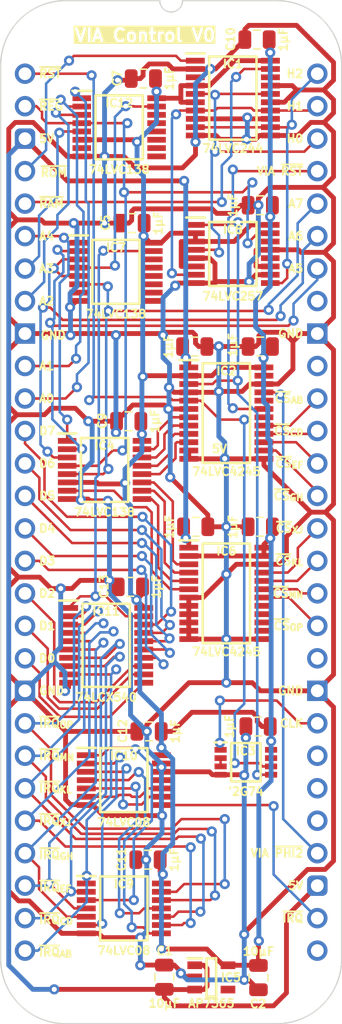
<source format=kicad_pcb>
(kicad_pcb (version 20241229) (generator "pcbnew") (generator_version "9.0")
  (title_block (title "VIA Control") (date "2025-02-21") (rev "V0"))
  (layers (0 "F.Cu" signal) (2 "B.Cu" signal) (15 "B.Paste" user) (5 "F.SilkS" user "F.Silkscreen") (7 "B.SilkS" user "B.Silkscreen") (1 "F.Mask" user) (3 "B.Mask" user) (25 "Edge.Cuts" user))
  (net 0 "")
  (net 2 "5V")
  (net 4 "GND")
  (net 5 "H2")
  (net 6 "/3.3V")
  (net 7 "~{Device ROM}")
  (net 8 "/1~{Q}")
  (net 9 "H1")
  (net 10 "/CLK÷2")
  (net 13 "~{Device RAM}")
  (net 14 "H0")
  (net 15 "VIA PHI2_{5V}")
  (net 16 "~{CS}_{AB 5V}")
  (net 19 "~{Reset}")
  (net 20 "/~{CS}_{KL}")
  (net 21 "/~{CS}_{CD}")
  (net 22 "~{CS}_{GH 5V}")
  (net 23 "/~{CS}_{OP}")
  (net 24 "/~{CS}_{MN}")
  (net 25 "/~{CS}_{GH}")
  (net 26 "~{CS}_{EF 5V}")
  (net 27 "~{Reset}_{5V}")
  (net 28 "/~{CS}_{AB}")
  (net 29 "/~{CS}_{EF}")
  (net 30 "~{CS}_{CD 5V}")
  (net 31 "CLK")
  (net 32 "A5")
  (net 33 "A7")
  (net 34 "A6")
  (net 35 "A4")
  (net 36 "/~{CS}_{XJ}")
  (net 40 "~{Device Registers}")
  (net 41 "~{CS}_{MN 5V}")
  (net 43 "~{CS}_{KL 5V}")
  (net 44 "~{CS}_{OP 5V}")
  (net 46 "~{CS}_{XJ 5V}")
  (net 47 "~{IRQ}_{CD}")
  (net 48 "~{IRQ}_{MN}")
  (net 51 "~{IRQ}_{AB}")
  (net 52 "~{IRQ}_{KL}")
  (net 53 "~{IRQ}_{XJ}")
  (net 54 "~{IRQ}_{EF}")
  (net 56 "~{IRQ}_{OP}")
  (net 60 "~{IRQ}_{GH}")
  (net 63 "/~{A0..A3}")
  (net 64 "/~{A0..A7}")
  (net 70 "~{IRQ}")
  (net 71 "/~{XJ}•~{KL}")
  (net 72 "D0")
  (net 73 "D4")
  (net 74 "/~{EF}•~{GH}")
  (net 75 "D5")
  (net 76 "/~{AB}•~{CD}")
  (net 77 "D6")
  (net 78 "D3")
  (net 79 "D7")
  (net 80 "D1")
  (net 81 "/~{MN}•~{OP}")
  (net 82 "/~{XJ}•~{KL}•~{MN}•~{OP}")
  (net 83 "D2")
  (net 84 "/~{AB}•~{CD}•~{EF}•~{GH}")
  (net 85 "A0")
  (net 88 "A1")
  (net 91 "A3")
  (net 93 "A2")
  (footprint "SamacSys_Parts:C_0805" (layer "F.Cu") (at 9.717 51.435 90)
    (property "Reference" "C12")
    (property "Value" "1μF")
  )
  (footprint "SamacSys_Parts:C_0805" (layer "F.Cu") (at 8.255 40.132 90)
    (property "Reference" "C13")
    (property "Value" "1μF")
  )
  (footprint "SamacSys_Parts:C_0805" (layer "F.Cu") (at 13.335 35.433 -90)
    (property "Reference" "C4" (hide yes))
    (property "Value" "1μF")
  )
  (footprint "SamacSys_Parts:SOP65P400X110-8N" (layer "F.Cu") (at 17.272 53.848)
    (property "Reference" "IC3")
    (property "Value" "74LVC2G74DP,125" (hide yes))
  )
  (footprint "SamacSys_Parts:C_0805" (layer "F.Cu") (at 9.271 0.381 90)
    (property "Reference" "C7")
    (property "Value" "1μF")
  )
  (footprint "SamacSys_Parts:C_0805" (layer "F.Cu") (at 18.161 -2.667 90)
    (property "Reference" "C10")
    (property "Value" "1μF")
  )
  (footprint "SamacSys_Parts:SOP65P640X110-20N" (layer "F.Cu") (at 16.256 1.905)
    (property "Reference" "IC1")
    (property "Value" "74LVC244APW,118" (hide yes))
  )
  (footprint "SamacSys_Parts:SOP65P640X110-16N" (layer "F.Cu") (at 6.223 30.988)
    (property "Reference" "IC4")
    (property "Value" "74LVC138APW-Q100J" (hide yes))
  )
  (footprint "SamacSys_Parts:C_0805" (layer "F.Cu") (at 8.382 11.684 90)
    (property "Reference" "C5")
    (property "Value" "1μF")
  )
  (footprint "SamacSys_Parts:C_0805" (layer "F.Cu") (at 18.258 70.673 180)
    (property "Reference" "C2")
    (property "Value" "10μF")
  )
  (footprint "SamacSys_Parts:C_0805" (layer "F.Cu") (at 13.258 21.336 -90)
    (property "Reference" "C8" (hide yes))
    (property "Value" "1μF")
  )
  (footprint "SamacSys_Parts:DIP-56_Board_W22.86mm" (layer "F.Cu") (at 0 0)
    (property "Reference" "J3" (hide yes))
    (property "Value" "Conn_02x28_Counter_Clockwise" (hide yes))
    (fp_line (start -1.905 -0.635) (end -1.905 69.215) (stroke (width 0.1)) (layer "Edge.Cuts"))
    (fp_line (start 10.541 -5.715) (end 3.175 -5.715) (stroke (width 0.1)) (layer "Edge.Cuts"))
    (fp_line (start 19.685 -5.715) (end 12.319 -5.715) (stroke (width 0.1)) (layer "Edge.Cuts"))
    (fp_line (start 19.685 74.295) (end 3.175 74.295) (stroke (width 0.1)) (layer "Edge.Cuts"))
    (fp_line (start 24.765 69.215) (end 24.765 -0.635) (stroke (width 0.1)) (layer "Edge.Cuts"))
    (fp_arc (start -1.905 -0.635) (mid -0.417102 -4.227102) (end 3.175 -5.715) (stroke (width 0.1)) (layer "Edge.Cuts"))
    (fp_arc (start 3.175 74.295) (mid -0.417102 72.807102) (end -1.905 69.215) (stroke (width 0.1)) (layer "Edge.Cuts"))
    (fp_arc (start 12.319 -5.715) (mid 11.43 -4.826) (end 10.541 -5.715) (stroke (width 0.1)) (layer "Edge.Cuts"))
    (fp_arc (start 19.685 -5.715) (mid 23.277102 -4.227102) (end 24.765 -0.635) (stroke (width 0.1)) (layer "Edge.Cuts"))
    (fp_arc (start 24.765 69.215) (mid 23.277102 72.807102) (end 19.685 74.295) (stroke (width 0.1)) (layer "Edge.Cuts"))
  )
  (footprint "SamacSys_Parts:C_0805" (layer "F.Cu") (at 9.635 61.468 90)
    (property "Reference" "C11")
    (property "Value" "1μF")
  )
  (footprint "SamacSys_Parts:SOP65P640X110-24N" (layer "F.Cu") (at 15.748 26.543)
    (property "Reference" "IC2")
    (property "Value" "74LVC4245APW,118" (hide yes))
  )
  (footprint "SamacSys_Parts:C_0805" (layer "F.Cu") (at 10.892 70.673)
    (property "Reference" "C1")
    (property "Value" "10μF")
  )
  (footprint "SamacSys_Parts:SOP65P640X110-24N" (layer "F.Cu") (at 15.748 40.64)
    (property "Reference" "IC6")
    (property "Value" "74LVC4245APW,118" (hide yes))
  )
  (footprint "SamacSys_Parts:C_0805" (layer "F.Cu") (at 18.415 10.287 90)
    (property "Reference" "C15" (hide yes))
    (property "Value" "1μF")
  )
  (footprint "SamacSys_Parts:SOP65P640X120-20N" (layer "F.Cu") (at 6.35 44.704)
    (property "Reference" "IC11")
    (property "Value" "74LCX540FT" (hide yes))
  )
  (footprint "SamacSys_Parts:SOP65P640X110-14N" (layer "F.Cu") (at 7.73 55.245)
    (property "Reference" "IC10")
    (property "Value" "74LVC08APW,112" (hide yes))
  )
  (footprint "SamacSys_Parts:C_0805" (layer "F.Cu") (at 18.243 51.054 90)
    (property "Reference" "C14" (hide yes))
    (property "Value" "1μF")
  )
  (footprint "SamacSys_Parts:SOT95P285X130-5N" (layer "F.Cu") (at 14.575 70.673)
    (property "Reference" "IC5")
    (property "Value" "AP7365-33WG-7" (hide yes))
  )
  (footprint "SamacSys_Parts:SOP65P640X110-16N" (layer "F.Cu") (at 16.256 14.097)
    (property "Reference" "IC8")
    (property "Value" "74LVC257APW,118" (hide yes))
  )
  (footprint "SamacSys_Parts:C_0805" (layer "F.Cu") (at 18.415 21.336 90)
    (property "Reference" "C3" (hide yes))
    (property "Value" "1μF")
  )
  (footprint "SamacSys_Parts:SOP65P640X110-16N" (layer "F.Cu") (at 7.366 4.191)
    (property "Reference" "IC12")
    (property "Value" "74LVC138APW-Q100J" (hide yes))
  )
  (footprint "SamacSys_Parts:SOP65P640X110-16N" (layer "F.Cu") (at 7.112 15.494)
    (property "Reference" "IC7")
    (property "Value" "74LVC138APW-Q100J" (hide yes))
  )
  (footprint "SamacSys_Parts:SOP65P640X110-14N" (layer "F.Cu") (at 7.73 65.278)
    (property "Reference" "IC9")
    (property "Value" "74LVC08APW,112" (hide yes))
  )
  (footprint "SamacSys_Parts:C_0805" (layer "F.Cu") (at 8.128 27.178 90)
    (property "Reference" "C9")
    (property "Value" "1μF")
  )
  (footprint "SamacSys_Parts:C_0805" (layer "F.Cu") (at 18.415 35.433 90)
    (property "Reference" "C6" (hide yes))
    (property "Value" "1μF")
  )
  (footprint "SamacSys_Parts:PinHeader_1x28_P2.54mm_Vertical" (layer "B.Cu") (at 0 0 180)
    (property "Reference" "J1" (hide yes))
    (property "Value" "Pin_Header_01x28")
  )
  (footprint "SamacSys_Parts:PinHeader_1x28_P2.54mm_Vertical" (layer "B.Cu") (at 22.86 0 180)
    (property "Reference" "J2" (hide yes))
    (property "Value" "Pin_Header_01x28")
  )
  (gr_text "~{CS}_{GH}" (at 21.844 33.02 0) (layer "F.SilkS") (effects (font (size 0.635 0.635) (thickness 0.15) (bold yes)) (justify right)))
  (gr_text "VIA ~{PHI2}" (at 21.844 60.96 0) (layer "F.SilkS") (effects (font (size 0.635 0.635) (thickness 0.15) (bold yes)) (justify right)))
  (gr_text "~{RAM}" (at 1.016 10.16 0) (layer "F.SilkS") (effects (font (size 0.635 0.635) (thickness 0.15) (bold yes)) (justify left)))
  (gr_text "~{CS}_{CD}" (at 21.844 27.94 0) (layer "F.SilkS") (effects (font (size 0.635 0.635) (thickness 0.15) (bold yes)) (justify right)))
  (gr_text "~{ROM}" (at 1.143 7.747 0) (layer "F.SilkS") (effects (font (size 0.635 0.635) (thickness 0.15) (bold yes)) (justify left)))
  (gr_text "GND" (at 21.844 48.26 0) (layer "F.SilkS") (effects (font (size 0.635 0.635) (thickness 0.15) (bold yes)) (justify right)))
  (gr_text "5V" (at 1.016 5.08 0) (layer "F.SilkS") (effects (font (size 0.635 0.635) (thickness 0.15) (bold yes)) (justify left)))
  (gr_text "D3" (at 1.016 38.1 0) (layer "F.SilkS") (effects (font (size 0.635 0.635) (thickness 0.15) (bold yes)) (justify left)))
  (gr_text "~{IRQ}_{EF}" (at 1.016 63.627 0) (layer "F.SilkS") (effects (font (size 0.635 0.635) (thickness 0.15) (bold yes)) (justify left)))
  (gr_text "~{CS}_{OP}" (at 21.844 43.18 0) (layer "F.SilkS") (effects (font (size 0.635 0.635) (thickness 0.15) (bold yes)) (justify right)))
  (gr_text "~{CS}_{AB}" (at 21.844 25.4 0) (layer "F.SilkS") (effects (font (size 0.635 0.635) (thickness 0.15) (bold yes)) (justify right)))
  (gr_text "D2" (at 1.016 40.64 0) (layer "F.SilkS") (effects (font (size 0.635 0.635) (thickness 0.15) (bold yes)) (justify left)))
  (gr_text "~{CS}_{MN}" (at 21.844 40.64 0) (layer "F.SilkS") (effects (font (size 0.635 0.635) (thickness 0.15) (bold yes)) (justify right)))
  (gr_text "A5" (at 21.844 15.24 0) (layer "F.SilkS") (effects (font (size 0.635 0.635) (thickness 0.15) (bold yes)) (justify right)))
  (gr_text "~{CS}_{KL}" (at 21.844 38.1 0) (layer "F.SilkS") (effects (font (size 0.635 0.635) (thickness 0.15) (bold yes)) (justify right)))
  (gr_text "VIA Control V0" (at 9.398 -2.413 0) (layer "F.SilkS" knockout) (effects (font (size 1 1) (thickness 0.2) (bold yes)) (justify bottom)))
  (gr_text "~{RST}" (at 1.016 0 0) (layer "F.SilkS") (effects (font (size 0.635 0.635) (thickness 0.15) (bold yes)) (justify left)))
  (gr_text "D1" (at 1.016 43.18 0) (layer "F.SilkS") (effects (font (size 0.635 0.635) (thickness 0.15) (bold yes)) (justify left)))
  (gr_text "A3" (at 1.016 15.24 0) (layer "F.SilkS") (effects (font (size 0.635 0.635) (thickness 0.15) (bold yes)) (justify left)))
  (gr_text "~{IRQ}_{KL}" (at 1.016 55.88 0) (layer "F.SilkS") (effects (font (size 0.635 0.635) (thickness 0.15) (bold yes)) (justify left)))
  (gr_text "GND" (at 21.844 20.32 0) (layer "F.SilkS") (effects (font (size 0.635 0.635) (thickness 0.15) (bold yes)) (justify right)))
  (gr_text "~{IRQ}" (at 21.844 66.04 0) (layer "F.SilkS") (effects (font (size 0.635 0.635) (thickness 0.15) (bold yes)) (justify right)))
  (gr_text "~{IRQ}_{AB}" (at 1.016 68.707 0) (layer "F.SilkS") (effects (font (size 0.635 0.635) (thickness 0.15) (bold yes)) (justify left)))
  (gr_text "~{REG}" (at 1.016 2.54 0) (layer "F.SilkS") (effects (font (size 0.635 0.635) (thickness 0.15) (bold yes)) (justify left)))
  (gr_text "D4" (at 1.016 35.56 0) (layer "F.SilkS") (effects (font (size 0.635 0.635) (thickness 0.15) (bold yes)) (justify left)))
  (gr_text "H2" (at 21.844 0 0) (layer "F.SilkS") (effects (font (size 0.635 0.635) (thickness 0.15) (bold yes)) (justify right)))
  (gr_text "A1" (at 1.016 22.86 0) (layer "F.SilkS") (effects (font (size 0.635 0.635) (thickness 0.15) (bold yes)) (justify left)))
  (gr_text "D5" (at 1.016 33.02 0) (layer "F.SilkS") (effects (font (size 0.635 0.635) (thickness 0.15) (bold yes)) (justify left)))
  (gr_text "D6" (at 1.016 30.48 0) (layer "F.SilkS") (effects (font (size 0.635 0.635) (thickness 0.15) (bold yes)) (justify left)))
  (gr_text "5V" (at 15.875 29.337 0) (layer "F.SilkS") (effects (font (size 0.635 0.635) (thickness 0.15) (bold yes)) (justify right)))
  (gr_text "H1" (at 21.844 2.54 0) (layer "F.SilkS") (effects (font (size 0.635 0.635) (thickness 0.15) (bold yes)) (justify right)))
  (gr_text "A6" (at 21.844 12.7 0) (layer "F.SilkS") (effects (font (size 0.635 0.635) (thickness 0.15) (bold yes)) (justify right)))
  (gr_text "D0" (at 1.016 45.72 0) (layer "F.SilkS") (effects (font (size 0.635 0.635) (thickness 0.15) (bold yes)) (justify left)))
  (gr_text "VIA ~{RST}" (at 21.844 7.62 0) (layer "F.SilkS") (effects (font (size 0.635 0.635) (thickness 0.15) (bold yes)) (justify right)))
  (gr_text "H0" (at 21.844 5.08 0) (layer "F.SilkS") (effects (font (size 0.635 0.635) (thickness 0.15) (bold yes)) (justify right)))
  (gr_text "A4" (at 1.016 12.7 0) (layer "F.SilkS") (effects (font (size 0.635 0.635) (thickness 0.15) (bold yes)) (justify left)))
  (gr_text "D7" (at 1.016 27.94 0) (layer "F.SilkS") (effects (font (size 0.635 0.635) (thickness 0.15) (bold yes)) (justify left)))
  (gr_text "CLK" (at 21.844 50.8 0) (layer "F.SilkS") (effects (font (size 0.635 0.635) (thickness 0.15) (bold yes)) (justify right)))
  (gr_text "~{IRQ}_{CD}" (at 1.016 66.167 0) (layer "F.SilkS") (effects (font (size 0.635 0.635) (thickness 0.15) (bold yes)) (justify left)))
  (gr_text "GND" (at 1.143 20.447 0) (layer "F.SilkS") (effects (font (size 0.635 0.635) (thickness 0.15) (bold yes)) (justify left)))
  (gr_text "5V" (at 21.844 63.5 0) (layer "F.SilkS") (effects (font (size 0.635 0.635) (thickness 0.15) (bold yes)) (justify right)))
  (gr_text "A2" (at 1.016 17.78 0) (layer "F.SilkS") (effects (font (size 0.635 0.635) (thickness 0.15) (bold yes)) (justify left)))
  (gr_text "~{IRQ}_{MN}" (at 1.016 53.34 0) (layer "F.SilkS") (effects (font (size 0.635 0.635) (thickness 0.15) (bold yes)) (justify left)))
  (gr_text "GND" (at 1.016 48.26 0) (layer "F.SilkS") (effects (font (size 0.635 0.635) (thickness 0.15) (bold yes)) (justify left)))
  (gr_text "~{CS}_{EF}" (at 21.844 30.48 0) (layer "F.SilkS") (effects (font (size 0.635 0.635) (thickness 0.15) (bold yes)) (justify right)))
  (gr_text "A0" (at 1.016 25.4 0) (layer "F.SilkS") (effects (font (size 0.635 0.635) (thickness 0.15) (bold yes)) (justify left)))
  (gr_text "~{IRQ}_{GH}" (at 1.016 61.087 0) (layer "F.SilkS") (effects (font (size 0.635 0.635) (thickness 0.15) (bold yes)) (justify left)))
  (gr_text "~{CS}_{XJ}" (at 21.844 35.56 0) (layer "F.SilkS") (effects (font (size 0.635 0.635) (thickness 0.15) (bold yes)) (justify right)))
  (gr_text "A7" (at 21.844 10.16 0) (layer "F.SilkS") (effects (font (size 0.635 0.635) (thickness 0.15) (bold yes)) (justify right)))
  (gr_text "~{IRQ}_{XJ}" (at 1.016 58.42 0) (layer "F.SilkS") (effects (font (size 0.635 0.635) (thickness 0.15) (bold yes)) (justify left)))
  (gr_text "~{IRQ}_{OP}" (at 1.016 50.8 0) (layer "F.SilkS") (effects (font (size 0.635 0.635) (thickness 0.15) (bold yes)) (justify left)))
  (segment (start 14.24 69.983) (end 14.24 71.363) (width 0.38) (layer "F.Cu") (net 2))
  (segment (start 22.86 63.5) (end 20.447 65.913) (width 0.38) (layer "F.Cu") (net 2))
  (segment (start 20.447 65.913) (end 20.447 71.882) (width 0.38) (layer "F.Cu") (net 2))
  (segment (start 13.275 71.623) (end 10.908 71.623) (width 0.38) (layer "F.Cu") (net 2))
  (segment (start 12.401 36.15) (end 12.572993 36.321993) (width 0.38) (layer "F.Cu") (net 2))
  (segment (start 12.324 21.976) (end 12.573 22.225) (width 0.38) (layer "F.Cu") (net 2))
  (segment (start 10.892 72.233) (end 10.892 71.607) (width 0.38) (layer "F.Cu") (net 2))
  (segment (start 11.557 72.898) (end 10.892 72.233) (width 0.38) (layer "F.Cu") (net 2))
  (segment (start 12.81 37.065) (end 12.81 36.559) (width 0.38) (layer "F.Cu") (net 2))
  (segment (start 20.447 71.882) (end 19.431 72.898) (width 0.38) (layer "F.Cu") (net 2))
  (segment (start 12.81 22.462) (end 12.81 22.968) (width 0.38) (layer "F.Cu") (net 2))
  (segment (start 12.324 21.336) (end 12.324 21.976) (width 0.38) (layer "F.Cu") (net 2))
  (segment (start 0 5.08) (end 3.302 8.382) (width 0.38) (layer "F.Cu") (net 2))
  (segment (start 3.302 8.382) (end 12.446 8.382) (width 0.38) (layer "F.Cu") (net 2))
  (segment (start 12.573 22.225) (end 12.81 22.462) (width 0.38) (layer "F.Cu") (net 2))
  (segment (start 13.98 71.623) (end 13.275 71.623) (width 0.38) (layer "F.Cu") (net 2))
  (segment (start 13.98 69.723) (end 14.24 69.983) (width 0.38) (layer "F.Cu") (net 2))
  (segment (start 19.431 72.898) (end 11.557 72.898) (width 0.38) (layer "F.Cu") (net 2))
  (segment (start 14.24 71.363) (end 13.98 71.623) (width 0.38) (layer "F.Cu") (net 2))
  (segment (start 10.892 71.607) (end 2.285996 71.607) (width 0.38) (layer "F.Cu") (net 2))
  (segment (start 12.401 35.433) (end 12.401 36.15) (width 0.38) (layer "F.Cu") (net 2))
  (segment (start 12.81 36.559) (end 12.572993 36.321993) (width 0.38) (layer "F.Cu") (net 2))
  (segment (start 13.275 69.723) (end 13.98 69.723) (width 0.38) (layer "F.Cu") (net 2))
  (via (at 12.572993 36.321993) (size 0.8) (drill 0.4) (layers "F.Cu" "B.Cu") (net 2))
  (via (at 2.285996 71.607) (size 0.8) (drill 0.4) (layers "F.Cu" "B.Cu") (net 2))
  (via (at 12.573 22.225) (size 0.8) (drill 0.4) (layers "F.Cu" "B.Cu") (net 2))
  (via (at 12.446 8.382) (size 0.8) (drill 0.4) (layers "F.Cu" "B.Cu") (net 2))
  (segment (start -1.27 6.35) (end -1.27 69.723) (width 0.38) (layer "B.Cu") (net 2))
  (segment (start -1.27 69.723) (end 0.614 71.607) (width 0.38) (layer "B.Cu") (net 2))
  (segment (start 0.614 71.607) (end 2.285996 71.607) (width 0.38) (layer "B.Cu") (net 2))
  (segment (start 12.446 8.382) (end 12.573 8.509) (width 0.38) (layer "B.Cu") (net 2))
  (segment (start 12.573 8.509) (end 12.573 22.225) (width 0.38) (layer "B.Cu") (net 2))
  (segment (start 0 5.08) (end -1.27 6.35) (width 0.38) (layer "B.Cu") (net 2))
  (segment (start 12.573 22.225) (end 12.573 36.321986) (width 0.38) (layer "B.Cu") (net 2))
  (segment (start 12.573 36.321986) (end 12.572993 36.321993) (width 0.38) (layer "B.Cu") (net 2))
  (segment (start 13.109 20.221) (end 13.335 20.447) (width 0.38) (layer "F.Cu") (net 4))
  (segment (start 20.9065 0.93) (end 21.2465 1.27) (width 0.38) (layer "F.Cu") (net 4))
  (segment (start 7.239 0.508) (end 8.178 0.508) (width 0.38) (layer "F.Cu") (net 4))
  (segment (start 7.162 27.178) (end 4.953 27.178) (width 0.38) (layer "F.Cu") (net 4))
  (segment (start 18.288 20.497) (end 18.564 20.221) (width 0.38) (layer "F.Cu") (net 4))
  (segment (start 23.368 1.27) (end 24.13 0.508) (width 0.38) (layer "F.Cu") (net 4))
  (segment (start 11.176 -0.762) (end 11.568 -0.37) (width 0.38) (layer "F.Cu") (net 4))
  (segment (start 24.13 -0.889) (end 21.237 -3.782) (width 0.38) (layer "F.Cu") (net 4))
  (segment (start 12.319 70.358) (end 12.192 70.358) (width 0.38) (layer "F.Cu") (net 4))
  (segment (start 15.748 47.625) (end 12.823976 47.625) (width 0.38) (layer "F.Cu") (net 4))
  (segment (start 13.335 5.334) (end 13.335 6.35) (width 0.38) (layer "F.Cu") (net 4))
  (segment (start 9.710976 -0.762) (end 11.176 -0.762) (width 0.38) (layer "F.Cu") (net 4))
  (segment (start 8.531 10.569) (end 14.633 10.569) (width 0.38) (layer "F.Cu") (net 4))
  (segment (start 17.449 35.433) (end 15.748 35.433) (width 0.38) (layer "F.Cu") (net 4))
  (segment (start 23.272915 3.81) (end 23.383958 3.81) (width 0.38) (layer "F.Cu") (net 4))
  (segment (start 3.175 51.435) (end 8.751 51.435) (width 0.38) (layer "F.Cu") (net 4))
  (segment (start 24.13 0.508) (end 24.13 -0.889) (width 0.38) (layer "F.Cu") (net 4))
  (segment (start 12.81 40.965) (end 13.927492 40.965) (width 0.38) (layer "F.Cu") (net 4))
  (segment (start 13.335 21.082) (end 13.589 21.336) (width 0.38) (layer "F.Cu") (net 4))
  (segment (start 0.332915 64.69) (end -0.492915 64.69) (width 0.38) (layer "F.Cu") (net 4))
  (segment (start 20.447 36.195) (end 22.352 34.29) (width 0.38) (layer "F.Cu") (net 4))
  (segment (start 14.66 54.823) (end 15.297 54.823) (width 0.38) (layer "F.Cu") (net 4))
  (segment (start 17.277 51.938) (end 17.272 51.943) (width 0.38) (layer "F.Cu") (net 4))
  (segment (start 24.13 8.069) (end 24.13 4.556042) (width 0.38) (layer "F.Cu") (net 4))
  (segment (start 24.13 14.685) (end 24.13 19.05) (width 0.38) (layer "F.Cu") (net 4))
  (segment (start 18.249 10.287) (end 18.249 9.749976) (width 0.38) (layer "F.Cu") (net 4))
  (segment (start 18.076 15.072) (end 18.066 15.062) (width 0.38) (layer "F.Cu") (net 4))
  (segment (start 18.101 13.772) (end 19.181 13.772) (width 0.38) (layer "F.Cu") (net 4))
  (segment (start 3.175 56.769) (end 3.175 51.435) (width 0.38) (layer "F.Cu") (net 4))
  (segment (start 12.823976 47.625) (end 9.525 50.923976) (width 0.38) (layer "F.Cu") (net 4))
  (segment (start 19.194 4.83) (end 18.334 4.83) (width 0.38) (layer "F.Cu") (net 4))
  (segment (start 24.13 19.05) (end 22.86 20.32) (width 0.38) (layer "F.Cu") (net 4))
  (segment (start 21.332 4.83) (end 19.194 4.83) (width 0.38) (layer "F.Cu") (net 4))
  (segment (start 10.66801 20.32) (end 10.79501 20.447) (width 0.38) (layer "F.Cu") (net 4))
  (segment (start 14.859 16.372) (end 14.975 16.256) (width 0.38) (layer "F.Cu") (net 4))
  (segment (start 6.223 6.477006) (end 7.747006 6.477006) (width 0.38) (layer "F.Cu") (net 4))
  (segment (start 15.087 24.918) (end 15.159004 24.845996) (width 0.38) (layer "F.Cu") (net 4))
  (segment (start 19.181 13.772) (end 21.392 13.772) (width 0.38) (layer "F.Cu") (net 4))
  (segment (start 23.368 1.27) (end 21.2465 1.27) (width 0.38) (layer "F.Cu") (net 4))
  (segment (start 14.859 16.372) (end 13.331 16.372) (width 0.38) (layer "F.Cu") (net 4))
  (segment (start 16.990504 24.845996) (end 15.159004 24.845996) (width 0.38) (layer "F.Cu") (net 4))
  (segment (start 2.032 26.162) (end 1.524 26.67) (width 0.38) (layer "F.Cu") (net 4))
  (segment (start 19.194 3.53) (end 17.486163 3.53) (width 0.38) (layer "F.Cu") (net 4))
  (segment (start 6.985 20.32) (end 7.112 20.447) (width 0.38) (layer "F.Cu") (net 4))
  (segment (start 4.441 6.466) (end 3.291 6.466) (width 0.38) (layer "F.Cu") (net 4))
  (segment (start 6.096 67.564) (end 9.017 67.564) (width 0.38) (layer "F.Cu") (net 4))
  (segment (start 12.81 40.965) (end 12.81 41.615) (width 0.38) (layer "F.Cu") (net 4))
  (segment (start 22.352 3.81) (end 21.332 4.83) (width 0.38) (layer "F.Cu") (net 4))
  (segment (start 15.297 54.823) (end 17.104 54.823) (width 0.38) (layer "F.Cu") (net 4))
  (segment (start 23.415 13.97) (end 24.13 14.685) (width 0.38) (layer "F.Cu") (net 4))
  (segment (start 4.011986 17.769) (end 3.524493 18.256493) (width 0.38) (layer "F.Cu") (net 4))
  (segment (start 3.566 57.16) (end 3.175 56.769) (width 0.38) (layer "F.Cu") (net 4))
  (segment (start 5.76 67.228) (end 6.096 67.564) (width 0.38) (layer "F.Cu") (net 4))
  (segment (start 7.289 40.132) (end 6.789062 39.632062) (width 0.38) (layer "F.Cu") (net 4))
  (segment (start 17.78 47.625) (end 18.415 48.26) (width 0.38) (layer "F.Cu") (net 4))
  (segment (start -1.27 40.116042) (end -0.523958 39.37) (width 0.38) (layer "F.Cu") (net 4))
  (segment (start 23.383958 3.81) (end 24.13 3.063958) (width 0.38) (layer "F.Cu") (net 4))
  (segment (start 24.13 9.711) (end 24.13 13.255) (width 0.38) (layer "F.Cu") (net 4))
  (segment (start -0.762 3.81) (end -1.27 4.318) (width 0.38) (layer "F.Cu") (net 4))
  (segment (start 19.108976 8.89) (end 23.309 8.89) (width 0.38) (layer "F.Cu") (net 4))
  (segment (start 24.13 34.925) (end 23.495 34.29) (width 0.38) (layer "F.Cu") (net 4))
  (segment (start 14.633 10.569) (end 14.986 10.922) (width 0.38) (layer "F.Cu") (net 4))
  (segment (start 0 48.26) (end 3.175 51.435) (width 0.38) (layer "F.Cu") (net 4))
  (segment (start 18.686 38.365) (end 19.928 38.365) (width 0.38) (layer "F.Cu") (net 4))
  (segment (start 4.792 67.228) (end 2.870915 67.228) (width 0.38) (layer "F.Cu") (net 4))
  (segment (start 24.13 4.556042) (end 23.383958 3.81) (width 0.38) (layer "F.Cu") (net 4))
  (segment (start 11.02101 20.221) (end 13.109 20.221) (width 0.38) (layer "F.Cu") (net 4))
  (segment (start 12.192 70.358) (end 12.192 70.231) (width 0.38) (layer "F.Cu") (net 4))
  (segment (start 19.181 13.122) (end 19.181 13.772) (width 0.38) (layer "F.Cu") (net 4))
  (segment (start 7.416 11.684) (end 6.223 11.684) (width 0.38) (layer "F.Cu") (net 4))
  (segment (start 14.224 21.336) (end 15.140134 21.336) (width 0.38) (layer "F.Cu") (net 4))
  (segment (start 18.249 9.749976) (end 19.108976 8.89) (width 0.38) (layer "F.Cu") (net 4))
  (segment (start 9.236988 0.161012) (end 9.236988 -0.288012) (width 0.38) (layer "F.Cu") (net 4))
  (segment (start 13.318 3.53) (end 17.286163 3.53) (width 0.38) (layer "F.Cu") (net 4))
  (segment (start 16.891 10.287) (end 17.449 10.287) (width 0.38) (layer "F.Cu") (net 4))
  (segment (start -1.27 38.623958) (end -1.27 27.305) (width 0.38) (layer "F.Cu") (net 4))
  (segment (start 21.2465 1.27) (end 20.2865 2.23) (width 0.38) (layer "F.Cu") (net 4))
  (segment (start 18.066 15.062) (end 18.066 13.807) (width 0.38) (layer "F.Cu") (net 4))
  (segment (start 11.668 69.707) (end 10.892 69.707) (width 0.38) (layer "F.Cu") (net 4))
  (segment (start 0 20.32) (end -1.27 21.59) (width 0.38) (layer "F.Cu") (net 4))
  (segment (start 13.927492 40.965) (end 15.748 39.144492) (width 0.38) (layer "F.Cu") (net 4))
  (segment (start 13.589 21.336) (end 14.224 21.336) (width 0.38) (layer "F.Cu") (net 4))
  (segment (start 23.495 34.29) (end 24.13 33.655) (width 0.38) (layer "F.Cu") (net 4))
  (segment (start -0.492915 64.69) (end -1.27 63.912915) (width 0.38) (layer "F.Cu") (net 4))
  (segment (start 10.668 54.595) (end 10.668 54.229) (width 0.38) (layer "F.Cu") (net 4))
  (segment (start 6.223 11.684) (end 3.81 11.684) (width 0.38) (layer "F.Cu") (net 4))
  (segment (start 24.13 21.59) (end 22.86 20.32) (width 0.38) (layer "F.Cu") (net 4))
  (segment (start 4.757 57.16) (end 3.566 57.16) (width 0.38) (layer "F.Cu") (net 4))
  (segment (start 4.942 33.263) (end 5.08 33.401) (width 0.38) (layer "F.Cu") (net 4))
  (segment (start 14.859 14.845) (end 14.859 16.372) (width 0.38) (layer "F.Cu") (net 4))
  (segment (start 18.686 30.118) (end 15.64 30.118) (width 0.38) (layer "F.Cu") (net 4))
  (segment (start 7.239 20.32) (end 10.66801 20.32) (width 0.38) (layer "F.Cu") (net 4))
  (segment (start 14.986 10.922) (end 16.256 10.922) (width 0.38) (layer "F.Cu") (net 4))
  (segment (start 21.59 20.32) (end 20.955 20.955) (width 0.38) (layer "F.Cu") (net 4))
  (segment (start 15.748 35.433) (end 14.301 35.433) (width 0.38) (layer "F.Cu") (net 4))
  (segment (start 14.432 54.595) (end 14.66 54.823) (width 0.38) (layer "F.Cu") (net 4))
  (segment (start 12.81 44.215) (end 15.748 44.215) (width 0.38) (layer "F.Cu") (net 4))
  (segment (start 13.275 70.673) (end 12.634 70.673) (width 0.38) (layer "F.Cu") (net 4))
  (segment (start 17.78 47.625) (end 15.748 47.625) (width 0.38) (layer "F.Cu") (net 4))
  (segment (start 18.258 71.639) (end 17.485 70.866) (width 0.38) (layer "F.Cu") (net 4))
  (segment (start 13.335 6.35) (end 12.319 7.366) (width 0.38) (layer "F.Cu") (net 4))
  (segment (start -1.27 46.99) (end -1.27 40.116042) (width 0.38) (layer "F.Cu") (net 4))
  (segment (start 10.668 53.945) (end 10.668 54.595) (width 0.38) (layer "F.Cu") (net 4))
  (segment (start 1.524 11.684) (end 1.27 11.43) (width 0.38) (layer "F.Cu") (net 4))
  (segment (start 17.485 70.866) (end 17.145 70.866) (width 0.38) (layer "F.Cu") (net 4))
  (segment (start 18.686 38.365) (end 16.527492 38.365) (width 0.38) (layer "F.Cu") (net 4))
  (segment (start 3.683 20.32) (end 6.985 20.32) (width 0.38) (layer "F.Cu") (net 4))
  (segment (start 18.686 30.118) (end 18.686 30.624) (width 0.38) (layer "F.Cu") (net 4))
  (segment (start 17.286163 3.53) (end 17.386163 3.43) (width 0.38) (layer "F.Cu") (net 4))
  (segment (start 5.3045 57.195) (end 6.129502 58.020002) (width 0.38) (layer "F.Cu") (net 4))
  (segment (start 17.486163 3.53) (end 17.386163 3.43) (width 0.38) (layer "F.Cu") (net 4))
  (segment (start 19.181 15.072) (end 19.181 15.722) (width 0.38) (layer "F.Cu") (net 4))
  (segment (start 4.441 6.466) (end 6.211994 6.466) (width 0.38) (layer "F.Cu") (net 4))
  (segment (start 4.792 67.228) (end 5.76 67.228) (width 0.38) (layer "F.Cu") (net 4))
  (segment (start 13.331 16.372) (end 11.949 16.372) (width 0.38) (layer "F.Cu") (net 4))
  (segment (start 12.81 24.918) (end 15.087 24.918) (width 0.38) (layer "F.Cu") (net 4))
  (segment (start 23.309 8.89) (end 24.13 8.069) (width 0.38) (layer "F.Cu") (net 4))
  (segment (start 2.870915 67.228) (end 0.332915 64.69) (width 0.38) (layer "F.Cu") (net 4))
  (segment (start 3.81 11.684) (end 1.524 11.684) (width 0.38) (layer "F.Cu") (net 4))
  (segment (start 24.13 49.53) (end 22.86 48.26) (width 0.38) (layer "F.Cu") (net 4))
  (segment (start 20.955 23.1165) (end 19.8035 24.268) (width 0.38) (layer "F.Cu") (net 4))
  (segment (start -1.27 26.035) (end -1.27 21.59) (width 0.38) (layer "F.Cu") (net 4))
  (segment (start 12.81 29.468) (end 12.81 30.118) (width 0.38) (layer "F.Cu") (net 4))
  (segment (start 13.335 20.447) (end 13.335 21.082) (width 0.38) (layer "F.Cu") (net 4))
  (segment (start -1.27 49.53) (end 0 48.26) (width 0.38) (layer "F.Cu") (net 4))
  (segment (start -1.27 4.318) (end -1.27 10.795) (width 0.38) (layer "F.Cu") (net 4))
  (segment (start 15.24 5.13) (end 17.31629 5.13) (width 0.38) (layer "F.Cu") (net 4))
  (segment (start 21.392 13.772) (end 21.59 13.97) (width 0.38) (layer "F.Cu") (net 4))
  (segment (start 12.81 26.218) (end 11.214904 26.218) (width 0.38) (layer "F.Cu") (net 4))
  (segment (start 22.86 20.32) (end 21.59 20.32) (width 0.38) (layer "F.Cu") (net 4))
  (segment (start 19.8035 24.268) (end 18.686 24.268) (width 0.38) (layer "F.Cu") (net 4))
  (segment (start 18.06 15.722) (end 17.526 16.256) (width 0.38) (layer "F.Cu") (net 4))
  (segment (start -1.27 46.99) (end 0 48.26) (width 0.38) (layer "F.Cu") (net 4))
  (segment (start -1.27 12.065) (end -1.27 19.05) (width 0.38) (layer "F.Cu") (net 4))
  (segment (start 18.564 20.221) (end 20.221 20.221) (width 0.38) (layer "F.Cu") (net 4))
  (segment (start 24.13 33.655) (end 24.13 21.59) (width 0.38) (layer "F.Cu") (net 4))
  (segment (start 10.904904 25.908) (end 11.214896 26.217992) (width 0.38) (layer "F.Cu") (net 4))
  (segment (start 14.484054 -0.375068) (end 13.323068 -0.375068) (width 0.38) (layer "F.Cu") (net 4))
  (segment (start 3.298 33.263) (end 4.942 33.263) (width 0.38) (layer "F.Cu") (net 4))
  (segment (start 20.2865 2.23) (end 19.194 2.23) (width 0.38) (layer "F.Cu") (net 4))
  (segment (start 9.525 51.435) (end 8.751 51.435) (width 0.38) (layer "F.Cu") (net 4))
  (segment (start 14.301 35.433) (end 14.301 34.494) (width 0.38) (layer "F.Cu") (net 4))
  (segment (start 12.634 70.673) (end 12.319 70.358) (width 0.38) (layer "F.Cu") (net 4))
  (segment (start 18.686 30.624) (end 22.352 34.29) (width 0.38) (layer "F.Cu") (net 4))
  (segment (start 3.429 20.32) (end 3.556 20.447) (width 0.38) (layer "F.Cu") (net 4))
  (segment (start 14.484054 -0.375068) (end 14.903068 -0.375068) (width 0.38) (layer "F.Cu") (net 4))
  (segment (start 8.3435 11.4685) (end 8.3435 10.7565) (width 0.38) (layer "F.Cu") (net 4))
  (segment (start 21.237 -3.782) (end 17.498 -3.782) (width 0.38) (layer "F.Cu") (net 4))
  (segment (start 11.645935 24.918) (end 11.262935 24.535) (width 0.38) (layer "F.Cu") (net 4))
  (segment (start 11.568 -0.37) (end 13.318 -0.37) (width 0.38) (layer "F.Cu") (net 4))
  (segment (start 17.145 67.31) (end 17.145 67.183) (width 0.38) (layer "F.Cu") (net 4))
  (segment (start -1.27 63.912915) (end -1.27 49.53) (width 0.38) (layer "F.Cu") (net 4))
  (segment (start 8.305 0.381) (end 9.017 0.381) (width 0.38) (layer "F.Cu") (net 4))
  (segment (start -0.635 26.67) (end -1.27 26.035) (width 0.38) (layer "F.Cu") (net 4))
  (segment (start -1.27 38.623958) (end -0.523958 39.37) (width 0.38) (layer "F.Cu") (net 4))
  (segment (start 23.272915 3.81) (end 22.352 3.81) (width 0.38) (layer "F.Cu") (net 4))
  (segment (start 21.59 13.97) (end 23.415 13.97) (width 0.38) (layer "F.Cu") (net 4))
  (segment (start 18.686 24.268) (end 17.5685 24.268) (width 0.38) (layer "F.Cu") (net 4))
  (segment (start 8.3435 10.7565) (end 8.531 10.569) (width 0.38) (layer "F.Cu") (net 4))
  (segment (start 12.81 24.918) (end 11.645935 24.918) (width 0.38) (layer "F.Cu") (net 4))
  (segment (start 17.145 67.183) (end 22.098 62.23) (width 0.38) (layer "F.Cu") (net 4))
  (segment (start 8.432 25.908) (end 10.904904 25.908) (width 0.38) (layer "F.Cu") (net 4))
  (segment (start 8.128 11.684) (end 8.3435 11.4685) (width 0.38) (layer "F.Cu") (net 4))
  (segment (start 20.221 20.221) (end 20.955 20.955) (width 0.38) (layer "F.Cu") (net 4))
  (segment (start 3.937 26.162) (end 2.032 26.162) (width 0.38) (layer "F.Cu") (net 4))
  (segment (start 3.683 40.259) (end 2.794 40.259) (width 0.38) (layer "F.Cu") (net 4))
  (segment (start 18.288 21.082) (end 18.288 20.497) (width 0.38) (layer "F.Cu") (net 4))
  (segment (start 19.181 15.722) (end 18.06 15.722) (width 0.38) (layer "F.Cu") (net 4))
  (segment (start 23.4655 62.23) (end 24.13 61.5655) (width 0.38) (layer "F.Cu") (net 4))
  (segment (start 13.318 5.317) (end 13.335 5.334) (width 0.38) (layer "F.Cu") (net 4))
  (segment (start 15.602 30.118) (end 15.621 30.099) (width 0.38) (layer "F.Cu") (net 4))
  (segment (start 12.81 30.118) (end 15.602 30.118) (width 0.38) (layer "F.Cu") (net 4))
  (segment (start 17.5685 24.268) (end 16.990504 24.845996) (width 0.38) (layer "F.Cu") (net 4))
  (segment (start 20.447 37.846) (end 20.447 36.195) (width 0.38) (layer "F.Cu") (net 4))
  (segment (start 8.669 61.468) (end 9.469 61.468) (width 0.38) (layer "F.Cu") (net 4))
  (segment (start 7.162 27.178) (end 8.432 25.908) (width 0.38) (layer "F.Cu") (net 4))
  (segment (start 19.194 0.93) (end 20.9065 0.93) (width 0.38) (layer "F.Cu") (net 4))
  (segment (start 18.066 13.807) (end 18.101 13.772) (width 0.38) (layer "F.Cu") (net 4))
  (segment (start 12.81 42.915) (end 12.81 43.565) (width 0.38) (layer "F.Cu") (net 4))
  (segment (start 24.13 13.255) (end 23.415 13.97) (width 0.38) (layer "F.Cu") (net 4))
  (segment (start 12.81 42.265) (end 12.81 42.915) (width 0.38) (layer "F.Cu") (net 4))
  (segment (start 9.236988 -0.288012) (end 9.710976 -0.762) (width 0.38) (layer "F.Cu") (net 4))
  (segment (start 7.416 11.684) (end 8.128 11.684) (width 0.38) (layer "F.Cu") (net 4))
  (segment (start 14.975 16.256) (end 17.526 16.256) (width 0.38) (layer "F.Cu") (net 4))
  (segment (start 6.477 33.401) (end 5.08 33.401) (width 0.38) (layer "F.Cu") (net 4))
  (segment (start 14.436 14.422) (end 14.859 14.845) (width 0.38) (layer "F.Cu") (net 4))
  (segment (start 24.13 61.5655) (end 24.13 49.53) (width 0.38) (layer "F.Cu") (net 4))
  (segment (start -0.635 11.43) (end 1.27 11.43) (width 0.38) (layer "F.Cu") (net 4))
  (segment (start 9.033 69.707) (end 9.017 69.723) (width 0.38) (layer "F.Cu") (net 4))
  (segment (start 12.319 7.366) (end 8.636 7.366) (width 0.38) (layer "F.Cu") (net 4))
  (segment (start 24.13 2.032) (end 23.368 1.27) (width 0.38) (layer "F.Cu") (net 4))
  (segment (start 17.498 -3.782) (end 17.195 -3.479) (width 0.38) (layer "F.Cu") (net 4))
  (segment (start 2.032 40.259) (end 2.794 40.259) (width 0.38) (layer "F.Cu") (net 4))
  (segment (start 6.129502 58.020002) (end 10.717 58.020002) (width 0.38) (layer "F.Cu") (net 4))
  (segment (start 11.214904 26.218) (end 11.214896 26.217992) (width 0.38) (layer "F.Cu") (net 4))
  (segment (start 6.612062 39.632062) (end 6.604 39.624) (width 0.38) (layer "F.Cu") (net 4))
  (segment (start 22.352 34.29) (end 23.495 34.29) (width 0.38) (layer "F.Cu") (net 4))
  (segment (start 6.789062 39.632062) (end 6.612062 39.632062) (width 0.38) (layer "F.Cu") (net 4))
  (segment (start 9.017 0.381) (end 9.236988 0.161012) (width 0.38) (layer "F.Cu") (net 4))
  (segment (start 15.177866 21.336) (end 15.159 21.317134) (width 0.38) (layer "F.Cu") (net 4))
  (segment (start 16.256 10.922) (end 16.891 10.287) (width 0.38) (layer "F.Cu") (net 4))
  (segment (start 4.953 27.178) (end 3.937 26.162) (width 0.38) (layer "F.Cu") (net 4))
  (segment (start 22.86 48.26) (end 24.13 46.99) (width 0.38) (layer "F.Cu") (net 4))
  (segment (start 14.94 4.83) (end 15.24 5.13) (width 0.38) (layer "F.Cu") (net 4))
  (segment (start 10.668 54.595) (end 14.432 54.595) (width 0.38) (layer "F.Cu") (net 4))
  (segment (start 18.334 4.83) (end 18.034 5.13) (width 0.38) (layer "F.Cu") (net 4))
  (segment (start 7.112 28.067) (end 7.112 27.228) (width 0.38) (layer "F.Cu") (net 4))
  (segment (start 3.412 47.629) (end 3.412 47.992754) (width 0.38) (layer "F.Cu") (net 4))
  (segment (start 14.903068 -0.375068) (end 17.195 -2.667) (width 0.38) (layer "F.Cu") (net 4))
  (segment (start 18.034 21.336) (end 18.288 21.082) (width 0.38) (layer "F.Cu") (net 4))
  (segment (start 16.527492 38.365) (end 15.748 39.144492) (width 0.38) (layer "F.Cu") (net 4))
  (segment (start 19.181 15.072) (end 18.076 15.072) (width 0.38) (layer "F.Cu") (net 4))
  (segment (start 0 20.32) (end 3.429 20.32) (width 0.38) (layer "F.Cu") (net 4))
  (segment (start 24.13 3.063958) (end 24.13 2.032) (width 0.38) (layer "F.Cu") (net 4))
  (segment (start 14.301 34.494) (end 11.357081 31.550081) (width 0.38) (layer "F.Cu") (net 4))
  (segment (start 15.140134 21.336) (end 15.159 21.317134) (width 0.38) (layer "F.Cu") (net 4))
  (segment (start 1.524 26.67) (end -0.635 26.67) (width 0.38) (layer "F.Cu") (net 4))
  (segment (start 24.13 46.99) (end 24.13 34.925) (width 0.38) (layer "F.Cu") (net 4))
  (segment (start -1.27 19.05) (end 0 20.32) (width 0.38) (layer "F.Cu") (net 4))
  (segment (start 0.64723 3.81) (end -0.762 3.81) (width 0.38) (layer "F.Cu") (net 4))
  (segment (start 11.949 16.372) (end 11.7475 16.5735) (width 0.38) (layer "F.Cu") (net 4))
  (segment (start 7.112 20.447) (end 7.239 20.32) (width 0.38) (layer "F.Cu") (net 4))
  (segment (start 9.525 50.923976) (end 9.525 51.435) (width 0.38) (layer "F.Cu") (net 4))
  (segment (start -1.27 27.305) (end -0.635 26.67) (width 0.38) (layer "F.Cu") (net 4))
  (segment (start 3.556 20.447) (end 3.683 20.32) (width 0.38) (layer "F.Cu") (net 4))
  (segment (start 17.277 51.054) (end 17.277 51.938) (width 0.38) (layer "F.Cu") (net 4))
  (segment (start 3.412 47.992754) (end 3.132754 48.272) (width 0.38) (layer "F.Cu") (net 4))
  (segment (start 10.892 69.707) (end 9.033 69.707) (width 0.38) (layer "F.Cu") (net 4))
  (segment (start 17.449 21.336) (end 18.034 21.336) (width 0.38) (layer "F.Cu") (net 4))
  (segment (start 13.331 14.422) (end 14.436 14.422) (width 0.38) (layer "F.Cu") (net 4))
  (segment (start 12.192 70.231) (end 11.668 69.707) (width 0.38) (layer "F.Cu") (net 4))
  (segment (start 15.748 44.215) (end 18.686 44.215) (width 0.38) (layer "F.Cu") (net 4))
  (segment (start -0.635 11.43) (end -1.27 12.065) (width 0.38) (layer "F.Cu") (net 4))
  (segment (start -0.523958 39.37) (end 1.143 39.37) (width 0.38) (layer "F.Cu") (net 4))
  (segment (start 22.86 48.26) (end 18.415 48.26) (width 0.38) (layer "F.Cu") (net 4))
  (segment (start 23.309 8.89) (end 24.13 9.711) (width 0.38) (layer "F.Cu") (net 4))
  (segment (start 12.81 41.615) (end 12.81 42.265) (width 0.38) (layer "F.Cu") (net 4))
  (segment (start 12.81 43.565) (end 12.81 44.215) (width 0.38) (layer "F.Cu") (net 4))
  (segment (start 22.098 62.23) (end 23.4655 62.23) (width 0.38) (layer "F.Cu") (net 4))
  (segment (start -1.27 10.795) (end -0.635 11.43) (width 0.38) (layer "F.Cu") (net 4))
  (segment (start 4.318 39.624) (end 3.683 40.259) (width 0.38) (layer "F.Cu") (net 4))
  (segment (start 19.928 38.365) (end 20.447 37.846) (width 0.38) (layer "F.Cu") (net 4))
  (segment (start 17.449 10.287) (end 18.249 10.287) (width 0.38) (layer "F.Cu") (net 4))
  (segment (start 17.449 21.336) (end 15.177866 21.336) (width 0.38) (layer "F.Cu") (net 4))
  (segment (start 13.318 4.83) (end 13.318 5.317) (width 0.38) (layer "F.Cu") (net 4))
  (segment (start 10.79501 20.447) (end 11.02101 20.221) (width 0.38) (layer "F.Cu") (net 4))
  (segment (start 15.64 30.118) (end 15.621 30.099) (width 0.38) (layer "F.Cu") (net 4))
  (segment (start 7.747006 6.477006) (end 8.636 7.366) (width 0.38) (layer "F.Cu") (net 4))
  (segment (start 13.318 4.83) (end 14.94 4.83) (width 0.38) (layer "F.Cu") (net 4))
  (segment (start 17.104 54.823) (end 17.145 54.864) (width 0.38) (layer "F.Cu") (net 4))
  (segment (start 17.195 -3.479) (end 17.195 -2.667) (width 0.38) (layer "F.Cu") (net 4))
  (segment (start 1.143 39.37) (end 2.032 40.259) (width 0.38) (layer "F.Cu") (net 4))
  (segment (start 6.211994 6.466) (end 6.223 6.477006) (width 0.38) (layer "F.Cu") (net 4))
  (segment (start 6.604 39.624) (end 4.318 39.624) (width 0.38) (layer "F.Cu") (net 4))
  (segment (start 3.291 6.466) (end 1.19 4.365) (width 0.38) (layer "F.Cu") (net 4))
  (segment (start 1.19 4.365) (end 1.19 4.35277) (width 0.38) (layer "F.Cu") (net 4))
  (segment (start 18.034 5.13) (end 17.31629 5.13) (width 0.38) (layer "F.Cu") (net 4))
  (segment (start 20.955 20.955) (end 20.955 23.1165) (width 0.38) (layer "F.Cu") (net 4))
  (segment (start 1.19 4.35277) (end 0.64723 3.81) (width 0.38) (layer "F.Cu") (net 4))
  (via (at 17.386163 3.43) (size 0.8) (drill 0.4) (layers "F.Cu" "B.Cu") (net 4))
  (via (at 14.484054 -0.375068) (size 0.8) (drill 0.4) (layers "F.Cu" "B.Cu") (net 4))
  (via (at 15.748 47.625) (size 0.8) (drill 0.4) (layers "F.Cu" "B.Cu") (net 4))
  (via (at 9.525 51.435) (size 0.8) (drill 0.4) (layers "F.Cu" "B.Cu") (net 4))
  (via (at 17.272 51.943) (size 0.8) (drill 0.4) (layers "F.Cu" "B.Cu") (net 4))
  (via (at 3.81 11.684) (size 0.8) (drill 0.4) (layers "F.Cu" "B.Cu") (net 4))
  (via (at 2.794 40.259) (size 0.8) (drill 0.4) (layers "F.Cu" "B.Cu") (net 4))
  (via (at 15.159004 24.845996) (size 0.8) (drill 0.4) (layers "F.Cu" "B.Cu") (net 4))
  (via (at 15.621 30.099) (size 0.8) (drill 0.4) (layers "F.Cu" "B.Cu") (net 4))
  (via (at 3.556 20.447) (size 0.8) (drill 0.4) (layers "F.Cu" "B.Cu") (net 4))
  (via (at 7.112 20.447) (size 0.8) (drill 0.4) (layers "F.Cu" "B.Cu") (net 4))
  (via (at 3.524493 18.256493) (size 0.8) (drill 0.4) (layers "F.Cu" "B.Cu") (net 4))
  (via (at 7.112 28.067) (size 0.8) (drill 0.4) (layers "F.Cu" "B.Cu") (net 4))
  (via (at 13.335 5.334) (size 0.8) (drill 0.4) (layers "F.Cu" "B.Cu") (net 4))
  (via (at 7.239 0.508) (size 0.8) (drill 0.4) (layers "F.Cu" "B.Cu") (net 4))
  (via (at 17.526 16.256) (size 0.8) (drill 0.4) (layers "F.Cu" "B.Cu") (net 4))
  (via (at 17.145 67.31) (size 0.8) (drill 0.4) (layers "F.Cu" "B.Cu") (net 4))
  (via (at 6.604 39.624) (size 0.8) (drill 0.4) (layers "F.Cu" "B.Cu") (net 4))
  (via (at 15.748 35.433) (size 0.8) (drill 0.4) (layers "F.Cu" "B.Cu") (net 4))
  (via (at 6.223 11.684) (size 0.8) (drill 0.4) (layers "F.Cu" "B.Cu") (net 4))
  (via (at 11.262935 24.535) (size 0.8) (drill 0.4) (layers "F.Cu" "B.Cu") (net 4))
  (via (at 10.79501 20.447) (size 0.8) (drill 0.4) (layers "F.Cu" "B.Cu") (net 4))
  (via (at 9.017 67.564) (size 0.8) (drill 0.4) (layers "F.Cu" "B.Cu") (net 4))
  (via (at 10.717 58.020002) (size 0.8) (drill 0.4) (layers "F.Cu" "B.Cu") (net 4))
  (via (at 9.469 61.468) (size 0.8) (drill 0.4) (layers "F.Cu" "B.Cu") (net 4))
  (via (at 3.132754 48.272) (size 0.8) (drill 0.4) (layers "F.Cu" "B.Cu") (net 4))
  (via (at 15.748 39.144492) (size 0.8) (drill 0.4) (layers "F.Cu" "B.Cu") (net 4))
  (via (at 11.214896 26.217992) (size 0.8) (drill 0.4) (layers "F.Cu" "B.Cu") (net 4))
  (via (at 9.017 69.723) (size 0.8) (drill 0.4) (layers "F.Cu" "B.Cu") (net 4))
  (via (at 6.477 33.401) (size 0.8) (drill 0.4) (layers "F.Cu" "B.Cu") (net 4))
  (via (at 6.223 6.477006) (size 0.8) (drill 0.4) (layers "F.Cu" "B.Cu") (net 4))
  (via (at 11.357081 31.550081) (size 0.8) (drill 0.4) (layers "F.Cu" "B.Cu") (net 4))
  (via (at 17.31629 5.13) (size 0.8) (drill 0.4) (layers "F.Cu" "B.Cu") (net 4))
  (via (at 10.668 54.229) (size 0.8) (drill 0.4) (layers "F.Cu" "B.Cu") (net 4))
  (via (at 15.748 44.215) (size 0.8) (drill 0.4) (layers "F.Cu" "B.Cu") (net 4))
  (via (at 4.365129 33.330898) (size 0.8) (drill 0.4) (layers "F.Cu" "B.Cu") (net 4))
  (via (at 18.249 10.287) (size 0.8) (drill 0.4) (layers "F.Cu" "B.Cu") (net 4))
  (via (at 12.192 70.358) (size 0.8) (drill 0.4) (layers "F.Cu" "B.Cu") (net 4))
  (via (at 4.953 27.178) (size 0.8) (drill 0.4) (layers "F.Cu" "B.Cu") (net 4))
  (via (at 17.145 54.864) (size 0.8) (drill 0.4) (layers "F.Cu" "B.Cu") (net 4))
  (via (at 15.159 21.317134) (size 0.8) (drill 0.4) (layers "F.Cu" "B.Cu") (net 4))
  (via (at 17.145 70.866) (size 0.8) (drill 0.4) (layers "F.Cu" "B.Cu") (net 4))
  (via (at 11.7475 16.5735) (size 0.8) (drill 0.4) (layers "F.Cu" "B.Cu") (net 4))
  (segment (start 10.79501 20.447) (end 10.79501 22.225012) (width 0.38) (layer "B.Cu") (net 4))
  (segment (start 15.748 44.215) (end 15.748 39.144492) (width 0.38) (layer "B.Cu") (net 4))
  (segment (start 3.132754 46.820754) (end 3.132754 48.272) (width 0.38) (layer "B.Cu") (net 4))
  (segment (start 4.064 16.637) (end 3.524493 17.176507) (width 0.38) (layer "B.Cu") (net 4))
  (segment (start 7.239 0.508) (end 6.223 1.524) (width 0.38) (layer "B.Cu") (net 4))
  (segment (start 9.525 51.435) (end 8.255 50.165) (width 0.38) (layer "B.Cu") (net 4))
  (segment (start 15.748 47.625) (end 15.748 44.215) (width 0.38) (layer "B.Cu") (net 4))
  (segment (start 18.249 14.136) (end 17.526 14.859) (width 0.38) (layer "B.Cu") (net 4))
  (segment (start 10.668 57.971002) (end 10.717 58.020002) (width 0.38) (layer "B.Cu") (net 4))
  (segment (start 9.469 61.468) (end 9.525 61.524) (width 0.38) (layer "B.Cu") (net 4))
  (segment (start 2.286 45.974) (end 0 48.26) (width 0.38) (layer "B.Cu") (net 4))
  (segment (start 13.335 0.773986) (end 13.335 5.334) (width 0.38) (layer "B.Cu") (net 4))
  (segment (start 10.717 59.387) (end 10.717 58.020002) (width 0.38) (layer "B.Cu") (net 4))
  (segment (start 15.159004 24.845996) (end 15.159004 28.367004) (width 0.38) (layer "B.Cu") (net 4))
  (segment (start 4.953 27.178) (end 5.254112 27.479112) (width 0.38) (layer "B.Cu") (net 4))
  (segment (start 11.302998 22.733) (end 11.302998 24.494937) (width 0.38) (layer "B.Cu") (net 4))
  (segment (start 3.556 18.288) (end 3.524493 18.256493) (width 0.38) (layer "B.Cu") (net 4))
  (segment (start 6.223 11.684) (end 6.223 6.578) (width 0.38) (layer "B.Cu") (net 4))
  (segment (start 2.286 45.974) (end 3.132754 46.820754) (width 0.38) (layer "B.Cu") (net 4))
  (segment (start 7.112 28.067) (end 7.112 20.447) (width 0.38) (layer "B.Cu") (net 4))
  (segment (start 3.556 20.447) (end 3.556 18.288) (width 0.38) (layer "B.Cu") (net 4))
  (segment (start 17.272 54.737) (end 17.145 54.864) (width 0.38) (layer "B.Cu") (net 4))
  (segment (start 10.79501 17.52599) (end 11.7475 16.5735) (width 0.38) (layer "B.Cu") (net 4))
  (segment (start 17.145 70.866) (end 17.145 67.31) (width 0.38) (layer "B.Cu") (net 4))
  (segment (start 9.525 67.056) (end 9.017 67.564) (width 0.38) (layer "B.Cu") (net 4))
  (segment (start 10.79501 20.447) (end 10.79501 17.52599) (width 0.38) (layer "B.Cu") (net 4))
  (segment (start 10.79501 22.225012) (end 11.302998 22.733) (width 0.38) (layer "B.Cu") (net 4))
  (segment (start 10.668 54.229) (end 10.668 57.971002) (width 0.38) (layer "B.Cu") (net 4))
  (segment (start 10.668 53.975) (end 10.668 54.229) (width 0.38) (layer "B.Cu") (net 4))
  (segment (start 15.621 28.829) (end 15.621 30.099) (width 0.38) (layer "B.Cu") (net 4))
  (segment (start 15.159004 28.367004) (end 15.621 28.829) (width 0.38) (layer "B.Cu") (net 4))
  (segment (start 11.262935 24.535) (end 11.262935 26.169953) (width 0.38) (layer "B.Cu") (net 4))
  (segment (start 9.469 61.468) (end 9.469 60.635) (width 0.38) (layer "B.Cu") (net 4))
  (segment (start 2.794 40.259) (end 2.794 44.831) (width 0.38) (layer "B.Cu") (net 4))
  (segment (start 9.525 61.524) (end 9.525 67.056) (width 0.38) (layer "B.Cu") (net 4))
  (segment (start 14.484054 -0.375068) (end 13.335 0.773986) (width 0.38) (layer "B.Cu") (net 4))
  (segment (start 11.302998 24.494937) (end 11.262935 24.535) (width 0.38) (layer "B.Cu") (net 4))
  (segment (start 9.525 52.832) (end 10.668 53.975) (width 0.38) (layer "B.Cu") (net 4))
  (segment (start 11.357081 31.550081) (end 11.357081 26.360177) (width 0.38) (layer "B.Cu") (net 4))
  (segment (start 6.604 33.528) (end 6.477 33.401) (width 0.38) (layer "B.Cu") (net 4))
  (segment (start 3.524493 17.176507) (end 3.524493 18.256493) (width 0.38) (layer "B.Cu") (net 4))
  (segment (start 15.748 35.433) (end 15.748 30.226) (width 0.38) (layer "B.Cu") (net 4))
  (segment (start 2.794 44.831) (end 2.286 45.339) (width 0.38) (layer "B.Cu") (net 4))
  (segment (start 9.017 67.564) (end 9.017 69.723) (width 0.38) (layer "B.Cu") (net 4))
  (segment (start 11.357081 26.360177) (end 11.214896 26.217992) (width 0.38) (layer "B.Cu") (net 4))
  (segment (start 17.272 51.943) (end 17.272 54.737) (width 0.38) (layer "B.Cu") (net 4))
  (segment (start 11.262935 26.169953) (end 11.214896 26.217992) (width 0.38) (layer "B.Cu") (net 4))
  (segment (start 17.386163 5.060127) (end 17.386163 3.43) (width 0.38) (layer "B.Cu") (net 4))
  (segment (start 17.526 14.859) (end 17.526 16.256) (width 0.38) (layer "B.Cu") (net 4))
  (segment (start 18.249 10.287) (end 18.249 14.136) (width 0.38) (layer "B.Cu") (net 4))
  (segment (start 17.31629 5.13) (end 17.386163 5.060127) (width 0.38) (layer "B.Cu") (net 4))
  (segment (start 8.255 42.291) (end 6.604 40.64) (width 0.38) (layer "B.Cu") (net 4))
  (segment (start 6.604 40.64) (end 6.604 39.624) (width 0.38) (layer "B.Cu") (net 4))
  (segment (start 6.223 6.578) (end 6.223 6.477006) (width 0.38) (layer "B.Cu") (net 4))
  (segment (start 2.286 45.339) (end 2.286 45.974) (width 0.38) (layer "B.Cu") (net 4))
  (segment (start 9.525 51.435) (end 9.525 52.832) (width 0.38) (layer "B.Cu") (net 4))
  (segment (start 17.145 54.864) (end 17.145 67.31) (width 0.38) (layer "B.Cu") (net 4))
  (segment (start 12.192 70.358) (end 12.7 70.866) (width 0.38) (layer "B.Cu") (net 4))
  (segment (start 8.255 50.165) (end 8.255 42.291) (width 0.38) (layer "B.Cu") (net 4))
  (segment (start 6.223 1.524) (end 6.223 6.477006) (width 0.38) (layer "B.Cu") (net 4))
  (segment (start 5.254112 27.479112) (end 5.254112 30.330263) (width 0.38) (layer "B.Cu") (net 4))
  (segment (start 9.469 60.635) (end 10.717 59.387) (width 0.38) (layer "B.Cu") (net 4))
  (segment (start 6.604 39.624) (end 6.604 33.528) (width 0.38) (layer "B.Cu") (net 4))
  (segment (start 15.159 21.317134) (end 15.159 24.845992) (width 0.38) (layer "B.Cu") (net 4))
  (segment (start 4.064 11.938) (end 4.064 16.637) (width 0.38) (layer "B.Cu") (net 4))
  (segment (start 5.254112 30.330263) (end 4.365129 31.219246) (width 0.38) (layer "B.Cu") (net 4))
  (segment (start 15.748 35.433) (end 15.748 39.144492) (width 0.38) (layer "B.Cu") (net 4))
  (segment (start 15.748 30.226) (end 15.621 30.099) (width 0.38) (layer "B.Cu") (net 4))
  (segment (start 15.159 24.845992) (end 15.159004 24.845996) (width 0.38) (layer "B.Cu") (net 4))
  (segment (start 3.81 11.684) (end 4.064 11.938) (width 0.38) (layer "B.Cu") (net 4))
  (segment (start 4.365129 31.219246) (end 4.365129 33.330898) (width 0.38) (layer "B.Cu") (net 4))
  (segment (start 12.7 70.866) (end 17.145 70.866) (width 0.38) (layer "B.Cu") (net 4))
  (segment (start 20.66403 4.191) (end 20.86903 3.986) (width 0.2) (layer "F.Cu") (net 5))
  (segment (start 20.106 16.372) (end 20.506002 15.971998) (width 0.2) (layer "F.Cu") (net 5))
  (segment (start 19.181 16.372) (end 20.106 16.372) (width 0.2) (layer "F.Cu") (net 5))
  (segment (start 19.183 4.191) (end 13.329 4.191) (width 0.2) (layer "F.Cu") (net 5))
  (segment (start 19.205 4.191) (end 20.66403 4.191) (width 0.2) (layer "F.Cu") (net 5))
  (segment (start 20.506002 15.971998) (end 20.506002 14.859) (width 0.2) (layer "F.Cu") (net 5))
  (via (at 20.86903 3.986) (size 0.8) (drill 0.4) (layers "F.Cu" "B.Cu") (net 5))
  (via (at 20.506002 14.859) (size 0.8) (drill 0.4) (layers "F.Cu" "B.Cu") (net 5))
  (segment (start 20.506002 4.349028) (end 20.506002 14.859) (width 0.2) (layer "B.Cu") (net 5))
  (segment (start 22.86 0) (end 20.86903 1.99097) (width 0.2) (layer "B.Cu") (net 5))
  (segment (start 20.86903 1.99097) (end 20.86903 3.986) (width 0.2) (layer "B.Cu") (net 5))
  (segment (start 20.86903 3.986) (end 20.506002 4.349028) (width 0.2) (layer "B.Cu") (net 5))
  (segment (start 18.686 21.999) (end 18.686 22.968) (width 0.38) (layer "F.Cu") (net 6))
  (segment (start 15.875 69.723) (end 18.242 69.723) (width 0.38) (layer "F.Cu") (net 6))
  (segment (start 14.224 68.453) (end 10.668 68.453) (width 0.38) (layer "F.Cu") (net 6))
  (segment (start 19.177 -1.651) (end 19.194 -1.668) (width 0.38) (layer "F.Cu") (net 6))
  (segment (start 10.569 62.397) (end 10.783 62.611) (width 0.38) (layer "F.Cu") (net 6))
  (segment (start 18.258 69.739) (end 18.258 67.848) (width 0.38) (layer "F.Cu") (net 6))
  (segment (start 17.799024 49.939) (end 13.053 49.939) (width 0.38) (layer "F.Cu") (net 6))
  (segment (start 13.318 0.93) (end 14.4355 0.93) (width 0.38) (layer "F.Cu") (net 6))
  (segment (start 19.194 -1.668) (end 19.194 -2.568) (width 0.38) (layer "F.Cu") (net 6))
  (segment (start 10.291 1.401) (end 10.287 1.397) (width 0.38) (layer "F.Cu") (net 6))
  (segment (start 7.744998 32.082) (end 5.74806 32.082) (width 0.38) (layer "F.Cu") (net 6))
  (segment (start 9.275 23.618) (end 9.207496 23.685504) (width 0.38) (layer "F.Cu") (net 6))
  (segment (start 9.144 28.194) (end 9.144 27.26) (width 0.38) (layer "F.Cu") (net 6))
  (segment (start 18.686 36.812994) (end 19.176994 36.322) (width 0.38) (layer "F.Cu") (net 6))
  (segment (start 10.291 1.916) (end 10.291 1.401) (width 0.38) (layer "F.Cu") (net 6))
  (segment (start 10.291 1.916) (end 12.1795 1.916) (width 0.38) (layer "F.Cu") (net 6))
  (segment (start 19.177 51.054) (end 18.548 51.054) (width 0.38) (layer "F.Cu") (net 6))
  (segment (start 15.283374 22.968) (end 14.633374 23.618) (width 0.38) (layer "F.Cu") (net 6))
  (segment (start 19.247 52.873) (end 19.247 53.523) (width 0.38) (layer "F.Cu") (net 6))
  (segment (start 9.288 41.718) (end 8.718 41.148) (width 0.38) (layer "F.Cu") (net 6))
  (segment (start 12.1795 1.916) (end 12.1905 1.905) (width 0.38) (layer "F.Cu") (net 6))
  (segment (start 18.258 67.848) (end 18.288 67.818) (width 0.38) (layer "F.Cu") (net 6))
  (segment (start 18.548 51.054) (end 18.167 50.673) (width 0.38) (layer "F.Cu") (net 6))
  (segment (start 18.167 50.673) (end 18.167 50.306976) (width 0.38) (layer "F.Cu") (net 6))
  (segment (start 14.633374 23.618) (end 12.81 23.618) (width 0.38) (layer "F.Cu") (net 6))
  (segment (start 10.668 63.328) (end 10.668 62.726) (width 0.38) (layer "F.Cu") (net 6))
  (segment (start 17.656847 11.822) (end 16.356847 13.122) (width 0.38) (layer "F.Cu") (net 6))
  (segment (start 5.62906 31.963) (end 3.298 31.963) (width 0.38) (layer "F.Cu") (net 6))
  (segment (start 19.176994 35.605006) (end 19.176994 36.322) (width 0.38) (layer "F.Cu") (net 6))
  (segment (start 10.287 1.397) (end 10.291 1.393) (width 0.38) (layer "F.Cu") (net 6))
  (segment (start 16.3855 -1.02) (end 19.194 -1.02) (width 0.38) (layer "F.Cu") (net 6))
  (segment (start 19.177 11.176) (end 19.181 11.172) (width 0.38) (layer "F.Cu") (net 6))
  (segment (start 18.686 22.968) (end 15.283374 22.968) (width 0.38) (layer "F.Cu") (net 6))
  (segment (start 10.668 53.203) (end 10.668 52.705008) (width 0.38) (layer "F.Cu") (net 6))
  (segment (start 7.822998 32.004) (end 7.744998 32.082) (width 0.38) (layer "F.Cu") (net 6))
  (segment (start 19.247 52.873) (end 19.247 52.197) (width 0.38) (layer "F.Cu") (net 6))
  (segment (start 10.668 62.726) (end 10.783 62.611) (width 0.38) (layer "F.Cu") (net 6))
  (segment (start 12.1905 2.22) (end 12.2005 2.23) (width 0.38) (layer "F.Cu") (net 6))
  (segment (start 12.216 15.062) (end 12.226 15.072) (width 0.38) (layer "F.Cu") (net 6))
  (segment (start 10.651 51.435) (end 10.651 52.688008) (width 0.38) (layer "F.Cu") (net 6))
  (segment (start 9.148 28.713) (end 9.148 28.198) (width 0.38) (layer "F.Cu") (net 6))
  (segment (start 19.194 -1.634) (end 19.177 -1.651) (width 0.38) (layer "F.Cu") (net 6))
  (segment (start 9.271 12.7) (end 9.271 11.729) (width 0.38) (layer "F.Cu") (net 6))
  (segment (start 19.181 11.18) (end 19.177 11.176) (width 0.38) (layer "F.Cu") (net 6))
  (segment (start 12.81 23.618) (end 9.275 23.618) (width 0.38) (layer "F.Cu") (net 6))
  (segment (start 18.686 23.618) (end 18.686 22.968) (width 0.38) (layer "F.Cu") (net 6))
  (segment (start 10.569 61.468) (end 10.569 62.397) (width 0.38) (layer "F.Cu") (net 6))
  (segment (start 18.686 37.715) (end 18.686 37.065) (width 0.38) (layer "F.Cu") (net 6))
  (segment (start 13.053 49.939) (end 11.557 51.435) (width 0.38) (layer "F.Cu") (net 6))
  (segment (start 11.557 51.435) (end 10.651 51.435) (width 0.38) (layer "F.Cu") (net 6))
  (segment (start 19.194 -1.02) (end 19.194 -1.634) (width 0.38) (layer "F.Cu") (net 6))
  (segment (start 19.181 11.822) (end 17.656847 11.822) (width 0.38) (layer "F.Cu") (net 6))
  (segment (start 9.79 13.219) (end 9.271 12.7) (width 0.38) (layer "F.Cu") (net 6))
  (segment (start 12.2005 0.93) (end 12.1905 0.94) (width 0.38) (layer "F.Cu") (net 6))
  (segment (start 9.189 40.677) (end 8.718 41.148) (width 0.38) (layer "F.Cu") (net 6))
  (segment (start 12.1905 1.905) (end 12.1905 2.22) (width 0.38) (layer "F.Cu") (net 6))
  (segment (start 19.181 11.172) (end 19.181 10.455) (width 0.38) (layer "F.Cu") (net 6))
  (segment (start 13.331 12.472) (end 13.331 13.122) (width 0.38) (layer "F.Cu") (net 6))
  (segment (start 9.288 41.779) (end 9.288 41.718) (width 0.38) (layer "F.Cu") (net 6))
  (segment (start 14.4355 0.93) (end 16.3855 -1.02) (width 0.38) (layer "F.Cu") (net 6))
  (segment (start 19.181 11.822) (end 19.181 11.18) (width 0.38) (layer "F.Cu") (net 6))
  (segment (start 18.167 50.306976) (end 17.799024 49.939) (width 0.38) (layer "F.Cu") (net 6))
  (segment (start 13.331 13.122) (end 12.226 13.122) (width 0.38) (layer "F.Cu") (net 6))
  (segment (start 12.226 15.072) (end 13.331 15.072) (width 0.38) (layer "F.Cu") (net 6))
  (segment (start 11.404 12.472) (end 13.331 12.472) (width 0.38) (layer "F.Cu") (net 6))
  (segment (start 10.651 52.688008) (end 10.668 52.705008) (width 0.38) (layer "F.Cu") (net 6))
  (segment (start 10.037 13.219) (end 10.657 13.219) (width 0.38) (layer "F.Cu") (net 6))
  (segment (start 12.226 13.122) (end 12.216 13.132) (width 0.38) (layer "F.Cu") (net 6))
  (segment (start 16.356847 13.122) (end 13.331 13.122) (width 0.38) (layer "F.Cu") (net 6))
  (segment (start 12.2005 2.23) (end 13.318 2.23) (width 0.38) (layer "F.Cu") (net 6))
  (segment (start 9.189 40.132) (end 9.189 40.677) (width 0.38) (layer "F.Cu") (net 6))
  (segment (start 12.1905 0.94) (end 12.1905 1.905) (width 0.38) (layer "F.Cu") (net 6))
  (segment (start 12.216 13.132) (end 12.216 15.062) (width 0.38) (layer "F.Cu") (net 6))
  (segment (start 19.349 21.336) (end 18.686 21.999) (width 0.38) (layer "F.Cu") (net 6))
  (segment (start 10.291 1.393) (end 10.291 0.467) (width 0.38) (layer "F.Cu") (net 6))
  (segment (start 10.657 13.219) (end 11.404 12.472) (width 0.38) (layer "F.Cu") (net 6))
  (segment (start 13.318 0.93) (end 12.2005 0.93) (width 0.38) (layer "F.Cu") (net 6))
  (segment (start 8.595 5.166) (end 8.763 5.334) (width 0.38) (layer "F.Cu") (net 6))
  (segment (start 5.74806 32.082) (end 5.62906 31.963) (width 0.38) (layer "F.Cu") (net 6))
  (segment (start 14.224 68.453) (end 15.494 69.723) (width 0.38) (layer "F.Cu") (net 6))
  (segment (start 18.686 37.065) (end 18.686 36.812994) (width 0.38) (layer "F.Cu") (net 6))
  (segment (start 19.247 52.197) (end 19.247 51.124) (width 0.38) (layer "F.Cu") (net 6))
  (segment (start 18.686 37.715) (end 12.81 37.715) (width 0.38) (layer "F.Cu") (net 6))
  (segment (start 9.148 28.198) (end 9.144 28.194) (width 0.38) (layer "F.Cu") (net 6))
  (segment (start 4.441 5.166) (end 8.595 5.166) (width 0.38) (layer "F.Cu") (net 6))
  (via (at 7.822998 32.004) (size 0.8) (drill 0.4) (layers "F.Cu" "B.Cu") (net 6))
  (via (at 8.718 41.148) (size 0.8) (drill 0.4) (layers "F.Cu" "B.Cu") (net 6))
  (via (at 19.247 52.197) (size 0.8) (drill 0.4) (layers "F.Cu" "B.Cu") (net 6))
  (via (at 18.654845 22.222494) (size 0.8) (drill 0.4) (layers "F.Cu" "B.Cu") (net 6))
  (via (at 9.207496 23.685504) (size 0.8) (drill 0.4) (layers "F.Cu" "B.Cu") (net 6))
  (via (at 10.668 68.453) (size 0.8) (drill 0.4) (layers "F.Cu" "B.Cu") (net 6))
  (via (at 19.177 11.176) (size 0.8) (drill 0.4) (layers "F.Cu" "B.Cu") (net 6))
  (via (at 8.763 5.334) (size 0.8) (drill 0.4) (layers "F.Cu" "B.Cu") (net 6))
  (via (at 18.288 67.818) (size 0.8) (drill 0.4) (layers "F.Cu" "B.Cu") (net 6))
  (via (at 10.668 52.705008) (size 0.8) (drill 0.4) (layers "F.Cu" "B.Cu") (net 6))
  (via (at 10.783 62.611) (size 0.8) (drill 0.4) (layers "F.Cu" "B.Cu") (net 6))
  (via (at 10.287 1.397) (size 0.8) (drill 0.4) (layers "F.Cu" "B.Cu") (net 6))
  (via (at 9.271 12.7) (size 0.8) (drill 0.4) (layers "F.Cu" "B.Cu") (net 6))
  (via (at 9.144 28.194) (size 0.8) (drill 0.4) (layers "F.Cu" "B.Cu") (net 6))
  (via (at 19.177 -1.651) (size 0.8) (drill 0.4) (layers "F.Cu" "B.Cu") (net 6))
  (via (at 19.176994 36.322) (size 0.8) (drill 0.4) (layers "F.Cu" "B.Cu") (net 6))
  (segment (start 8.978 41.408) (end 8.718 41.148) (width 0.38) (layer "B.Cu") (net 6))
  (segment (start 10.668 52.705008) (end 10.668 50.038) (width 0.38) (layer "B.Cu") (net 6))
  (segment (start 18.288 67.818) (end 18.288 56.261) (width 0.38) (layer "B.Cu") (net 6))
  (segment (start 9.207496 23.685504) (end 9.207496 12.763504) (width 0.38) (layer "B.Cu") (net 6))
  (segment (start 10.668 68.453) (end 10.668 62.726) (width 0.38) (layer "B.Cu") (net 6))
  (segment (start 11.557 60.198) (end 10.783 60.972) (width 0.38) (layer "B.Cu") (net 6))
  (segment (start 8.978 48.348) (end 8.978 41.408) (width 0.38) (layer "B.Cu") (net 6))
  (segment (start 9.144 23.749) (end 9.207496 23.685504) (width 0.38) (layer "B.Cu") (net 6))
  (segment (start 19.176994 36.322) (end 19.176994 28.701994) (width 0.38) (layer "B.Cu") (net 6))
  (segment (start 18.034 17.78) (end 19.177 16.637) (width 0.38) (layer "B.Cu") (net 6))
  (segment (start 19.176994 28.701994) (end 18.9865 28.5115) (width 0.38) (layer "B.Cu") (net 6))
  (segment (start 19.177 16.637) (end 19.177 11.176) (width 0.38) (layer "B.Cu") (net 6))
  (segment (start 18.9865 25.985655) (end 18.654845 25.654) (width 0.38) (layer "B.Cu") (net 6))
  (segment (start 18.034 19.812) (end 18.034 17.78) (width 0.38) (layer "B.Cu") (net 6))
  (segment (start 18.654845 25.654) (end 18.654845 22.222494) (width 0.38) (layer "B.Cu") (net 6))
  (segment (start 19.177 11.176) (end 19.177 -1.651) (width 0.38) (layer "B.Cu") (net 6))
  (segment (start 18.654845 20.432845) (end 18.034 19.812) (width 0.38) (layer "B.Cu") (net 6))
  (segment (start 8.255 33.782) (end 8.255 40.685) (width 0.38) (layer "B.Cu") (net 6))
  (segment (start 18.288 56.261) (end 19.247 55.302) (width 0.38) (layer "B.Cu") (net 6))
  (segment (start 7.822998 32.004) (end 7.822998 33.349998) (width 0.38) (layer "B.Cu") (net 6))
  (segment (start 9.144 29.591) (end 9.144 28.194) (width 0.38) (layer "B.Cu") (net 6))
  (segment (start 19.247 36.392006) (end 19.176994 36.322) (width 0.38) (layer "B.Cu") (net 6))
  (segment (start 10.668 52.705008) (end 11.557 53.594008) (width 0.38) (layer "B.Cu") (net 6))
  (segment (start 9.271 12.7) (end 9.271 8.001) (width 0.38) (layer "B.Cu") (net 6))
  (segment (start 10.668 50.038) (end 8.978 48.348) (width 0.38) (layer "B.Cu") (net 6))
  (segment (start 9.207496 12.763504) (end 9.271 12.7) (width 0.38) (layer "B.Cu") (net 6))
  (segment (start 7.822998 30.912002) (end 9.144 29.591) (width 0.38) (layer "B.Cu") (net 6))
  (segment (start 10.783 60.972) (end 10.783 62.611) (width 0.38) (layer "B.Cu") (net 6))
  (segment (start 18.9865 28.5115) (end 18.9865 25.985655) (width 0.38) (layer "B.Cu") (net 6))
  (segment (start 10.668 62.726) (end 10.783 62.611) (width 0.38) (layer "B.Cu") (net 6))
  (segment (start 9.271 8.001) (end 8.763 7.493) (width 0.38) (layer "B.Cu") (net 6))
  (segment (start 19.247 55.302) (end 19.247 52.197) (width 0.38) (layer "B.Cu") (net 6))
  (segment (start 10.287 1.397) (end 10.287 3.81) (width 0.38) (layer "B.Cu") (net 6))
  (segment (start 7.822998 32.004) (end 7.822998 30.912002) (width 0.38) (layer "B.Cu") (net 6))
  (segment (start 8.763 7.493) (end 8.763 5.334) (width 0.38) (layer "B.Cu") (net 6))
  (segment (start 7.822998 33.349998) (end 8.255 33.782) (width 0.38) (layer "B.Cu") (net 6))
  (segment (start 8.255 40.685) (end 8.718 41.148) (width 0.38) (layer "B.Cu") (net 6))
  (segment (start 19.247 52.197) (end 19.247 36.392006) (width 0.38) (layer "B.Cu") (net 6))
  (segment (start 10.287 3.81) (end 8.763 5.334) (width 0.38) (layer "B.Cu") (net 6))
  (segment (start 11.557 53.594008) (end 11.557 60.198) (width 0.38) (layer "B.Cu") (net 6))
  (segment (start 9.144 28.194) (end 9.144 23.749) (width 0.38) (layer "B.Cu") (net 6))
  (segment (start 18.654845 22.222494) (end 18.654845 20.432845) (width 0.38) (layer "B.Cu") (net 6))
  (segment (start 11.811 -1.397) (end 3.822006 -1.397) (width 0.2) (layer "F.Cu") (net 7))
  (segment (start 13.318 -1.02) (end 12.188 -1.02) (width 0.2) (layer "F.Cu") (net 7))
  (segment (start 3.822006 -1.397) (end 3.445012 -1.020006) (width 0.2) (layer "F.Cu") (net 7))
  (segment (start 12.188 -1.02) (end 11.811 -1.397) (width 0.2) (layer "F.Cu") (net 7))
  (via (at 3.445012 -1.020006) (size 0.8) (drill 0.4) (layers "F.Cu" "B.Cu") (net 7))
  (segment (start 1.651 5.969) (end 1.651 0.774006) (width 0.2) (layer "B.Cu") (net 7))
  (segment (start 0 7.62) (end 1.651 5.969) (width 0.2) (layer "B.Cu") (net 7))
  (segment (start 1.651 0.774006) (end 3.445012 -1.020006) (width 0.2) (layer "B.Cu") (net 7))
  (segment (start 15.297 53.523) (end 15.297 54.173) (width 0.2) (layer "F.Cu") (net 8))
  (segment (start 19.194 2.88) (end 22.52 2.88) (width 0.2) (layer "F.Cu") (net 9))
  (segment (start 13.331 15.722) (end 11.60899 15.722) (width 0.2) (layer "F.Cu") (net 9))
  (segment (start 14.859 2.88) (end 13.318 2.88) (width 0.2) (layer "F.Cu") (net 9))
  (segment (start 11.811 3.175) (end 12.106 2.88) (width 0.2) (layer "F.Cu") (net 9))
  (segment (start 11.60899 15.722) (end 11.491739 15.604749) (width 0.2) (layer "F.Cu") (net 9))
  (segment (start 19.194 2.88) (end 17.896824 2.88) (width 0.2) (layer "F.Cu") (net 9))
  (segment (start 17.896824 2.88) (end 17.696824 2.68) (width 0.2) (layer "F.Cu") (net 9))
  (segment (start 12.106 2.88) (end 13.318 2.88) (width 0.2) (layer "F.Cu") (net 9))
  (segment (start 17.696824 2.68) (end 15.059 2.68) (width 0.2) (layer "F.Cu") (net 9))
  (segment (start 15.059 2.68) (end 14.859 2.88) (width 0.2) (layer "F.Cu") (net 9))
  (via (at 11.491739 15.604749) (size 0.8) (drill 0.4) (layers "F.Cu" "B.Cu") (net 9))
  (via (at 11.811 3.175) (size 0.8) (drill 0.4) (layers "F.Cu" "B.Cu") (net 9))
  (segment (start 11.491739 3.494261) (end 11.491739 15.604749) (width 0.2) (layer "B.Cu") (net 9))
  (segment (start 11.811 3.175) (end 11.491739 3.494261) (width 0.2) (layer "B.Cu") (net 9))
  (segment (start 19.247 54.823) (end 18.161 54.823) (width 0.2) (layer "F.Cu") (net 10))
  (segment (start 14.941339 24.003) (end 16.637 24.003) (width 0.2) (layer "F.Cu") (net 10))
  (segment (start 14.676339 24.268) (end 14.941339 24.003) (width 0.2) (layer "F.Cu") (net 10))
  (segment (start 13.331 11.822) (end 16.457501 11.822) (width 0.2) (layer "F.Cu") (net 10))
  (segment (start 16.457501 11.822) (end 16.659 11.620501) (width 0.2) (layer "F.Cu") (net 10))
  (segment (start 12.81 24.268) (end 14.676339 24.268) (width 0.2) (layer "F.Cu") (net 10))
  (via (at 18.161 54.823) (size 0.8) (drill 0.4) (layers "F.Cu" "B.Cu") (net 10))
  (via (at 16.637 24.003) (size 0.8) (drill 0.4) (layers "F.Cu" "B.Cu") (net 10))
  (via (at 16.659 11.620501) (size 0.8) (drill 0.4) (layers "F.Cu" "B.Cu") (net 10))
  (segment (start 16.637 25.019) (end 16.637 24.003) (width 0.2) (layer "B.Cu") (net 10))
  (segment (start 18.161 54.823) (end 18.161004 54.822996) (width 0.2) (layer "B.Cu") (net 10))
  (segment (start 16.659 23.981) (end 16.637 24.003) (width 0.2) (layer "B.Cu") (net 10))
  (segment (start 18.161004 26.543004) (end 16.637 25.019) (width 0.2) (layer "B.Cu") (net 10))
  (segment (start 18.161004 54.822996) (end 18.161004 26.543004) (width 0.2) (layer "B.Cu") (net 10))
  (segment (start 16.659 11.620501) (end 16.659 23.981) (width 0.2) (layer "B.Cu") (net 10))
  (segment (start 0.127 10.033) (end 15.391 10.033) (width 0.2) (layer "F.Cu") (net 13))
  (segment (start 17.134 -0.37) (end 19.194 -0.37) (width 0.2) (layer "F.Cu") (net 13))
  (segment (start 16.51 0.254) (end 17.134 -0.37) (width 0.2) (layer "F.Cu") (net 13))
  (via (at 15.391 10.033) (size 0.8) (drill 0.4) (layers "F.Cu" "B.Cu") (net 13))
  (via (at 16.51 0.254) (size 0.8) (drill 0.4) (layers "F.Cu" "B.Cu") (net 13))
  (segment (start 16.129 6.432339) (end 15.391 7.170339) (width 0.2) (layer "B.Cu") (net 13))
  (segment (start 16.129 0.635) (end 16.129 6.432339) (width 0.2) (layer "B.Cu") (net 13))
  (segment (start 16.51 0.254) (end 16.129 0.635) (width 0.2) (layer "B.Cu") (net 13))
  (segment (start 15.391 7.170339) (end 15.391 10.033) (width 0.2) (layer "B.Cu") (net 13))
  (segment (start 14.859 6.096) (end 21.844 6.096) (width 0.2) (layer "F.Cu") (net 14))
  (segment (start 13.318 1.58) (end 14.78801 1.58) (width 0.2) (layer "F.Cu") (net 14))
  (segment (start 14.93001 1.58) (end 14.85901 1.651) (width 0.2) (layer "F.Cu") (net 14))
  (segment (start 13.331 13.772) (end 14.97394 13.772) (width 0.2) (layer "F.Cu") (net 14))
  (segment (start 14.97394 13.772) (end 15.177893 13.975953) (width 0.2) (layer "F.Cu") (net 14))
  (segment (start 19.194 1.58) (end 14.93001 1.58) (width 0.2) (layer "F.Cu") (net 14))
  (segment (start 14.78801 1.58) (end 14.85901 1.651) (width 0.2) (layer "F.Cu") (net 14))
  (segment (start 21.844 6.096) (end 22.86 5.08) (width 0.2) (layer "F.Cu") (net 14))
  (via (at 15.177893 13.975953) (size 0.8) (drill 0.4) (layers "F.Cu" "B.Cu") (net 14))
  (via (at 14.859 6.096) (size 0.8) (drill 0.4) (layers "F.Cu" "B.Cu") (net 14))
  (via (at 14.85901 1.651) (size 0.8) (drill 0.4) (layers "F.Cu" "B.Cu") (net 14))
  (segment (start 14.859 6.096) (end 14.859 1.65101) (width 0.2) (layer "B.Cu") (net 14))
  (segment (start 14.605 6.35) (end 14.605 12.065) (width 0.2) (layer "B.Cu") (net 14))
  (segment (start 14.859 6.096) (end 14.605 6.35) (width 0.2) (layer "B.Cu") (net 14))
  (segment (start 14.859 1.65101) (end 14.85901 1.651) (width 0.2) (layer "B.Cu") (net 14))
  (segment (start 15.177893 12.637893) (end 14.605 12.065) (width 0.2) (layer "B.Cu") (net 14))
  (segment (start 15.177893 13.975953) (end 15.177893 12.637893) (width 0.2) (layer "B.Cu") (net 14))
  (segment (start 18.686 24.918) (end 19.81088 24.918) (width 0.2) (layer "F.Cu") (net 15))
  (segment (start 19.81088 24.918) (end 19.98175 25.08887) (width 0.2) (layer "F.Cu") (net 15))
  (via (at 19.98175 25.08887) (size 0.8) (drill 0.4) (layers "F.Cu" "B.Cu") (net 15))
  (segment (start 22.86 60.96) (end 20.193 58.293) (width 0.2) (layer "B.Cu") (net 15))
  (segment (start 20.193 25.30012) (end 19.98175 25.08887) (width 0.2) (layer "B.Cu") (net 15))
  (segment (start 20.193 58.293) (end 20.193 25.30012) (width 0.2) (layer "B.Cu") (net 15))
  (segment (start 20.742 27.518) (end 22.86 25.4) (width 0.2) (layer "F.Cu") (net 16))
  (segment (start 18.686 27.518) (end 20.742 27.518) (width 0.2) (layer "F.Cu") (net 16))
  (segment (start 12.769 25.527) (end 11.545 25.527) (width 0.2) (layer "F.Cu") (net 19))
  (segment (start 11.303 25.285) (end 5.264 25.285) (width 0.2) (layer "F.Cu") (net 19))
  (segment (start 11.545 25.527) (end 11.303 25.285) (width 0.2) (layer "F.Cu") (net 19))
  (segment (start 18.572 54.173) (end 18.315683 53.916683) (width 0.2) (layer "F.Cu") (net 19))
  (segment (start 13.7475 25.568) (end 15.2305 27.051) (width 0.2) (layer "F.Cu") (net 19))
  (segment (start 0 0) (end 5.08 0) (width 0.2) (layer "F.Cu") (net 19))
  (segment (start 18.315683 53.916683) (end 16.404121 53.916683) (width 0.2) (layer "F.Cu") (net 19))
  (segment (start 15.2305 27.051) (end 17.145 27.051) (width 0.2) (layer "F.Cu") (net 19))
  (segment (start 5.264 25.285) (end 5.022 25.527) (width 0.2) (layer "F.Cu") (net 19))
  (segment (start 5.08 0) (end 5.207 0.127) (width 0.2) (layer "F.Cu") (net 19))
  (segment (start 12.81 25.568) (end 13.7475 25.568) (width 0.2) (layer "F.Cu") (net 19))
  (segment (start 19.247 54.173) (end 18.572 54.173) (width 0.2) (layer "F.Cu") (net 19))
  (via (at 16.404121 53.916683) (size 0.8) (drill 0.4) (layers "F.Cu" "B.Cu") (net 19))
  (via (at 17.145 27.051) (size 0.8) (drill 0.4) (layers "F.Cu" "B.Cu") (net 19))
  (via (at 5.207 0.127) (size 0.8) (drill 0.4) (layers "F.Cu" "B.Cu") (net 19))
  (via (at 5.022 25.527) (size 0.8) (drill 0.4) (layers "F.Cu" "B.Cu") (net 19))
  (segment (start 5.372 0.292) (end 5.207 0.127) (width 0.2) (layer "B.Cu") (net 19))
  (segment (start 17.145 49.276) (end 16.404121 50.016879) (width 0.2) (layer "B.Cu") (net 19))
  (segment (start 17.145 27.051) (end 17.145 49.276) (width 0.2) (layer "B.Cu") (net 19))
  (segment (start 5.022 25.527) (end 5.372 25.177) (width 0.2) (layer "B.Cu") (net 19))
  (segment (start 16.404121 50.016879) (end 16.404121 53.916683) (width 0.2) (layer "B.Cu") (net 19))
  (segment (start 5.372 25.177) (end 5.372 0.292) (width 0.2) (layer "B.Cu") (net 19))
  (segment (start 10.922 33.462) (end 10.922 38.245327) (width 0.2) (layer "F.Cu") (net 20))
  (segment (start 9.148 32.613) (end 10.073 32.613) (width 0.2) (layer "F.Cu") (net 20))
  (segment (start 11.691673 39.015) (end 12.81 39.015) (width 0.2) (layer "F.Cu") (net 20))
  (segment (start 10.073 32.613) (end 10.922 33.462) (width 0.2) (layer "F.Cu") (net 20))
  (segment (start 10.922 38.245327) (end 11.691673 39.015) (width 0.2) (layer "F.Cu") (net 20))
  (segment (start 10.246 30.013) (end 10.903 29.356) (width 0.2) (layer "F.Cu") (net 21))
  (segment (start 11.598 27.518) (end 12.81 27.518) (width 0.2) (layer "F.Cu") (net 21))
  (segment (start 10.903 29.356) (end 10.903 28.213) (width 0.2) (layer "F.Cu") (net 21))
  (segment (start 10.903 28.213) (end 11.598 27.518) (width 0.2) (layer "F.Cu") (net 21))
  (segment (start 9.148 30.013) (end 10.246 30.013) (width 0.2) (layer "F.Cu") (net 21))
  (segment (start 19.6235 29.468) (end 22.86 32.7045) (width 0.2) (layer "F.Cu") (net 22))
  (segment (start 18.686 29.468) (end 19.6235 29.468) (width 0.2) (layer "F.Cu") (net 22))
  (segment (start 9.906 38.862) (end 11.359 40.315) (width 0.2) (layer "F.Cu") (net 23))
  (segment (start 8.23607 33.90107) (end 9.498991 33.90107) (width 0.2) (layer "F.Cu") (net 23))
  (segment (start 11.359 40.315) (end 12.81 40.315) (width 0.2) (layer "F.Cu") (net 23))
  (segment (start 9.498991 33.90107) (end 9.906 34.308079) (width 0.2) (layer "F.Cu") (net 23))
  (segment (start 3.298 32.613) (end 6.948 32.613) (width 0.2) (layer "F.Cu") (net 23))
  (segment (start 6.948 32.613) (end 8.23607 33.90107) (width 0.2) (layer "F.Cu") (net 23))
  (segment (start 9.906 34.308079) (end 9.906 38.862) (width 0.2) (layer "F.Cu") (net 23))
  (segment (start 9.895 33.263) (end 10.414 33.782) (width 0.2) (layer "F.Cu") (net 24))
  (segment (start 10.414 38.608) (end 11.471 39.665) (width 0.2) (layer "F.Cu") (net 24))
  (segment (start 10.414 33.782) (end 10.414 38.608) (width 0.2) (layer "F.Cu") (net 24))
  (segment (start 11.471 39.665) (end 12.81 39.665) (width 0.2) (layer "F.Cu") (net 24))
  (segment (start 9.148 33.263) (end 9.895 33.263) (width 0.2) (layer "F.Cu") (net 24))
  (segment (start 11.8725 28.818) (end 12.81 28.818) (width 0.2) (layer "F.Cu") (net 25))
  (segment (start 9.148 31.313) (end 10.5335 31.313) (width 0.2) (layer "F.Cu") (net 25))
  (segment (start 11.7725 28.918) (end 11.8725 28.818) (width 0.2) (layer "F.Cu") (net 25))
  (segment (start 10.5335 31.313) (end 11.7725 30.074) (width 0.2) (layer "F.Cu") (net 25))
  (segment (start 11.7725 30.074) (end 11.7725 28.918) (width 0.2) (layer "F.Cu") (net 25))
  (segment (start 18.686 28.818) (end 21.198 28.818) (width 0.2) (layer "F.Cu") (net 26))
  (segment (start 21.198 28.818) (end 22.86 30.48) (width 0.2) (layer "F.Cu") (net 26))
  (segment (start 22.86 7.62) (end 16.383002 7.62) (width 0.2) (layer "F.Cu") (net 27))
  (segment (start 18.686 26.218) (end 16.312 26.218) (width 0.2) (layer "F.Cu") (net 27))
  (segment (start 16.312 26.218) (end 16.256 26.162) (width 0.2) (layer "F.Cu") (net 27))
  (segment (start 16.383002 7.62) (end 16.256 7.492998) (width 0.2) (layer "F.Cu") (net 27))
  (via (at 16.256 26.162) (size 0.8) (drill 0.4) (layers "F.Cu" "B.Cu") (net 27))
  (via (at 16.256 7.492998) (size 0.8) (drill 0.4) (layers "F.Cu" "B.Cu") (net 27))
  (segment (start 15.909 11.30984) (end 15.909 25.815) (width 0.2) (layer "B.Cu") (net 27))
  (segment (start 16.256 10.96284) (end 15.909 11.30984) (width 0.2) (layer "B.Cu") (net 27))
  (segment (start 16.256 7.492998) (end 16.256 10.96284) (width 0.2) (layer "B.Cu") (net 27))
  (segment (start 15.909 25.815) (end 16.256 26.162) (width 0.2) (layer "B.Cu") (net 27))
  (segment (start 10.087942 29.363) (end 10.388 29.062942) (width 0.2) (layer "F.Cu") (net 28))
  (segment (start 11.486 26.868) (end 12.81 26.868) (width 0.2) (layer "F.Cu") (net 28))
  (segment (start 10.388 29.062942) (end 10.388 27.966) (width 0.2) (layer "F.Cu") (net 28))
  (segment (start 10.388 27.966) (end 11.486 26.868) (width 0.2) (layer "F.Cu") (net 28))
  (segment (start 9.148 29.363) (end 10.087942 29.363) (width 0.2) (layer "F.Cu") (net 28))
  (segment (start 10.358 30.663) (end 11.303 29.718) (width 0.2) (layer "F.Cu") (net 29))
  (segment (start 11.71 28.168) (end 12.81 28.168) (width 0.2) (layer "F.Cu") (net 29))
  (segment (start 11.303 29.718) (end 11.303 28.575) (width 0.2) (layer "F.Cu") (net 29))
  (segment (start 11.303 28.575) (end 11.71 28.168) (width 0.2) (layer "F.Cu") (net 29))
  (segment (start 9.148 30.663) (end 10.358 30.663) (width 0.2) (layer "F.Cu") (net 29))
  (segment (start 18.686 28.168) (end 22.632 28.168) (width 0.2) (layer "F.Cu") (net 30))
  (segment (start 19.685 49.022) (end 15.24 49.022) (width 0.2) (layer "F.Cu") (net 31))
  (segment (start 15.297 52.873) (end 15.297 52.381) (width 0.2) (layer "F.Cu") (net 31))
  (segment (start 21.463 50.8) (end 19.685 49.022) (width 0.2) (layer "F.Cu") (net 31))
  (segment (start 22.86 50.8) (end 21.463 50.8) (width 0.2) (layer "F.Cu") (net 31))
  (segment (start 15.297 52.381) (end 15.24 52.324) (width 0.2) (layer "F.Cu") (net 31))
  (via (at 15.24 52.324) (size 0.8) (drill 0.4) (layers "F.Cu" "B.Cu") (net 31))
  (via (at 15.24 49.022) (size 0.8) (drill 0.4) (layers "F.Cu" "B.Cu") (net 31))
  (segment (start 15.24 49.022) (end 15.24 52.324) (width 0.2) (layer "B.Cu") (net 31))
  (segment (start 21.002796 19.304) (end 20.594315 19.712481) (width 0.2) (layer "F.Cu") (net 32))
  (segment (start 2.638601 13.869) (end 2.538667 13.769066) (width 0.2) (layer "F.Cu") (net 32))
  (segment (start 20.594315 19.712481) (end 2.199481 19.712481) (width 0.2) (layer "F.Cu") (net 32))
  (segment (start 4.464112 29.34472) (end 4.445832 29.363) (width 0.2) (layer "F.Cu") (net 32))
  (segment (start 2.199481 19.712481) (end 1.967 19.48) (width 0.2) (layer "F.Cu") (net 32))
  (segment (start 4.445832 29.363) (end 3.298 29.363) (width 0.2) (layer "F.Cu") (net 32))
  (segment (start 4.187 13.869) (end 2.638601 13.869) (width 0.2) (layer "F.Cu") (net 32))
  (via (at 21.002796 19.304) (size 0.8) (drill 0.4) (layers "F.Cu" "B.Cu") (net 32))
  (via (at 1.967 19.48) (size 0.8) (drill 0.4) (layers "F.Cu" "B.Cu") (net 32))
  (via (at 2.538667 13.769066) (size 0.8) (drill 0.4) (layers "F.Cu" "B.Cu") (net 32))
  (via (at 4.464112 29.34472) (size 0.8) (drill 0.4) (layers "F.Cu" "B.Cu") (net 32))
  (segment (start 22.86 16.130517) (end 21.002796 17.987721) (width 0.2) (layer "B.Cu") (net 32))
  (segment (start 22.86 15.24) (end 22.86 16.130517) (width 0.2) (layer "B.Cu") (net 32))
  (segment (start 2.14 27.020608) (end 2.14 19.653) (width 0.2) (layer "B.Cu") (net 32))
  (segment (start 3 14.230399) (end 2.538667 13.769066) (width 0.2) (layer "B.Cu") (net 32))
  (segment (start 1.967 19.48) (end 2.3 19.147) (width 0.2) (layer "B.Cu") (net 32))
  (segment (start 4.464112 29.34472) (end 2.14 27.020608) (width 0.2) (layer "B.Cu") (net 32))
  (segment (start 21.002796 17.987721) (end 21.002796 19.304) (width 0.2) (layer "B.Cu") (net 32))
  (segment (start 2.3 16.228344) (end 3 15.528344) (width 0.2) (layer "B.Cu") (net 32))
  (segment (start 2.3 19.147) (end 2.3 16.228344) (width 0.2) (layer "B.Cu") (net 32))
  (segment (start 3 15.528344) (end 3 14.230399) (width 0.2) (layer "B.Cu") (net 32))
  (segment (start 2.14 19.653) (end 1.967 19.48) (width 0.2) (layer "B.Cu") (net 32))
  (segment (start 3.298 31.313) (end 6.119229 31.313) (width 0.2) (layer "F.Cu") (net 33))
  (segment (start 6.477 16.637) (end 6.309 16.469) (width 0.2) (layer "F.Cu") (net 33))
  (segment (start 18.973467 18.554) (end 19.05658 18.470887) (width 0.2) (layer "F.Cu") (net 33))
  (segment (start 6.522 18.554) (end 18.973467 18.554) (width 0.2) (layer "F.Cu") (net 33))
  (segment (start 6.309 16.469) (end 4.187 16.469) (width 0.2) (layer "F.Cu") (net 33))
  (segment (start 6.119229 31.313) (end 6.522 30.910229) (width 0.2) (layer "F.Cu") (net 33))
  (via (at 6.477 16.637) (size 0.8) (drill 0.4) (layers "F.Cu" "B.Cu") (net 33))
  (via (at 6.522 18.554) (size 0.8) (drill 0.4) (layers "F.Cu" "B.Cu") (net 33))
  (via (at 6.522 30.910229) (size 0.8) (drill 0.4) (layers "F.Cu" "B.Cu") (net 33))
  (via (at 19.05658 18.470887) (size 0.8) (drill 0.4) (layers "F.Cu" "B.Cu") (net 33))
  (segment (start 21.324 15.76) (end 19.05658 18.02742) (width 0.2) (layer "B.Cu") (net 33))
  (segment (start 6.522 18.554) (end 6.35 18.726) (width 0.2) (layer "B.Cu") (net 33))
  (segment (start 21.324 11.696) (end 21.324 15.76) (width 0.2) (layer "B.Cu") (net 33))
  (segment (start 6.35 30.738229) (end 6.522 30.910229) (width 0.2) (layer "B.Cu") (net 33))
  (segment (start 19.05658 18.02742) (end 19.05658 18.470887) (width 0.2) (layer "B.Cu") (net 33))
  (segment (start 6.477 16.637) (end 6.477 18.509) (width 0.2) (layer "B.Cu") (net 33))
  (segment (start 22.86 10.16) (end 21.324 11.696) (width 0.2) (layer "B.Cu") (net 33))
  (segment (start 6.477 18.509) (end 6.522 18.554) (width 0.2) (layer "B.Cu") (net 33))
  (segment (start 6.35 18.726) (end 6.35 30.738229) (width 0.2) (layer "B.Cu") (net 33))
  (segment (start 1.974128 18.286416) (end 2.941712 19.254) (width 0.2) (layer "F.Cu") (net 34))
  (segment (start 2.941712 19.254) (end 19.688357 19.254) (width 0.2) (layer "F.Cu") (net 34))
  (segment (start 19.688357 19.254) (end 19.989357 18.953) (width 0.2) (layer "F.Cu") (net 34))
  (segment (start 2.948683 14.519) (end 2.25 15.217683) (width 0.2) (layer "F.Cu") (net 34))
  (segment (start 1.758529 29.551347) (end 2.220182 30.013) (width 0.2) (layer "F.Cu") (net 34))
  (segment (start 4.187 14.519) (end 2.948683 14.519) (width 0.2) (layer "F.Cu") (net 34))
  (segment (start 2.220182 30.013) (end 3.298 30.013) (width 0.2) (layer "F.Cu") (net 34))
  (segment (start 4.187 15.819) (end 2.851317 15.819) (width 0.2) (layer "F.Cu") (net 34))
  (segment (start 2.851317 15.819) (end 2.25 15.217683) (width 0.2) (layer "F.Cu") (net 34))
  (segment (start 1.408279 18.286416) (end 1.974128 18.286416) (width 0.2) (layer "F.Cu") (net 34))
  (via (at 2.25 15.217683) (size 0.8) (drill 0.4) (layers "F.Cu" "B.Cu") (net 34))
  (via (at 1.408279 18.286416) (size 0.8) (drill 0.4) (layers "F.Cu" "B.Cu") (net 34))
  (via (at 19.989357 18.953) (size 0.8) (drill 0.4) (layers "F.Cu" "B.Cu") (net 34))
  (via (at 1.758529 29.551347) (size 0.8) (drill 0.4) (layers "F.Cu" "B.Cu") (net 34))
  (segment (start 1.9 15.567683) (end 2.25 15.217683) (width 0.2) (layer "B.Cu") (net 34))
  (segment (start 22.86 12.7) (end 21.724 13.836) (width 0.2) (layer "B.Cu") (net 34))
  (segment (start 21.724 13.836) (end 21.724 16.376) (width 0.2) (layer "B.Cu") (net 34))
  (segment (start 21.724 16.376) (end 19.989357 18.110643) (width 0.2) (layer "B.Cu") (net 34))
  (segment (start 19.989357 18.110643) (end 19.989357 18.953) (width 0.2) (layer "B.Cu") (net 34))
  (segment (start 1.217 29.009818) (end 1.217 18.477695) (width 0.2) (layer "B.Cu") (net 34))
  (segment (start 1.758529 29.551347) (end 1.217 29.009818) (width 0.2) (layer "B.Cu") (net 34))
  (segment (start 1.217 18.477695) (end 1.408279 18.286416) (width 0.2) (layer "B.Cu") (net 34))
  (segment (start 1.408279 18.286416) (end 1.9 17.794695) (width 0.2) (layer "B.Cu") (net 34))
  (segment (start 1.9 17.794695) (end 1.9 15.567683) (width 0.2) (layer "B.Cu") (net 34))
  (segment (start 0 12.7) (end 2.921006 12.7) (width 0.2) (layer "F.Cu") (net 35))
  (segment (start 3.298 27.055) (end 3.302 27.051) (width 0.2) (layer "F.Cu") (net 35))
  (segment (start 2.921006 12.7) (end 3.048004 12.826998) (width 0.2) (layer "F.Cu") (net 35))
  (segment (start 3.440006 13.219) (end 3.048004 12.826998) (width 0.2) (layer "F.Cu") (net 35))
  (segment (start 3.298 28.713) (end 3.298 27.055) (width 0.2) (layer "F.Cu") (net 35))
  (segment (start 4.187 13.219) (end 3.440006 13.219) (width 0.2) (layer "F.Cu") (net 35))
  (via (at 3.302 27.051) (size 0.8) (drill 0.4) (layers "F.Cu" "B.Cu") (net 35))
  (via (at 3.048004 12.826998) (size 0.8) (drill 0.4) (layers "F.Cu" "B.Cu") (net 35))
  (segment (start 2.717 16.37703) (end 3.4 15.69403) (width 0.2) (layer "B.Cu") (net 35))
  (segment (start 3.302 27.051) (end 2.717 26.466) (width 0.2) (layer "B.Cu") (net 35))
  (segment (start 2.717 26.466) (end 2.717 16.37703) (width 0.2) (layer "B.Cu") (net 35))
  (segment (start 3.4 15.69403) (end 3.4 13.178994) (width 0.2) (layer "B.Cu") (net 35))
  (segment (start 3.4 13.178994) (end 3.048004 12.826998) (width 0.2) (layer "B.Cu") (net 35))
  (segment (start 11.557 38.0495) (end 11.8725 38.365) (width 0.2) (layer "F.Cu") (net 36))
  (segment (start 11.8725 38.365) (end 12.81 38.365) (width 0.2) (layer "F.Cu") (net 36))
  (segment (start 9.148 31.963) (end 10.073 31.963) (width 0.2) (layer "F.Cu") (net 36))
  (segment (start 10.073 31.963) (end 11.557 33.447) (width 0.2) (layer "F.Cu") (net 36))
  (segment (start 11.557 33.447) (end 11.557 38.0495) (width 0.2) (layer "F.Cu") (net 36))
  (segment (start 1.3335 3.4925) (end 1.707 3.866) (width 0.2) (layer "F.Cu") (net 40))
  (segment (start 6.8625 29.464) (end 7.62 29.464) (width 0.2) (layer "F.Cu") (net 40))
  (segment (start 0.889 2.54) (end 1.3335 2.9845) (width 0.2) (layer "F.Cu") (net 40))
  (segment (start 4.441 3.866) (end 8.001 3.866) (width 0.2) (layer "F.Cu") (net 40))
  (segment (start 17.018 9.271) (end 17.78 8.509) (width 0.2) (layer "F.Cu") (net 40))
  (segment (start 19.181 12.472) (end 18.194787 12.472) (width 0.2) (layer "F.Cu") (net 40))
  (segment (start 5.6635 30.663) (end 6.8625 29.464) (width 0.2) (layer "F.Cu") (net 40))
  (segment (start 1.3335 2.9845) (end 1.3335 3.4925) (width 0.2) (layer "F.Cu") (net 40))
  (segment (start 7.747 9.271) (end 17.018 9.271) (width 0.2) (layer "F.Cu") (net 40))
  (segment (start 0 2.54) (end 0.889 2.54) (width 0.2) (layer "F.Cu") (net 40))
  (segment (start 18.194787 12.472) (end 17.409 13.257787) (width 0.2) (layer "F.Cu") (net 40))
  (segment (start 3.298 30.663) (end 5.6635 30.663) (width 0.2) (layer "F.Cu") (net 40))
  (segment (start 1.707 3.866) (end 4.441 3.866) (width 0.2) (layer "F.Cu") (net 40))
  (via (at 7.62 29.464) (size 0.8) (drill 0.4) (layers "F.Cu" "B.Cu") (net 40))
  (via (at 17.78 8.509) (size 0.8) (drill 0.4) (layers "F.Cu" "B.Cu") (net 40))
  (via (at 7.747 9.271) (size 0.8) (drill 0.4) (layers "F.Cu" "B.Cu") (net 40))
  (via (at 8.001 3.866) (size 0.8) (drill 0.4) (layers "F.Cu" "B.Cu") (net 40))
  (via (at 17.409 13.257787) (size 0.8) (drill 0.4) (layers "F.Cu" "B.Cu") (net 40))
  (segment (start 17.78 8.509) (end 17.499 8.79) (width 0.2) (layer "B.Cu") (net 40))
  (segment (start 7.747 4.12) (end 8.001 3.866) (width 0.2) (layer "B.Cu") (net 40))
  (segment (start 7.747 9.271) (end 7.874 9.398) (width 0.2) (layer "B.Cu") (net 40))
  (segment (start 17.499 10.597661) (end 17.409 10.687661) (width 0.2) (layer "B.Cu") (net 40))
  (segment (start 7.747 9.271) (end 7.747 4.12) (width 0.2) (layer "B.Cu") (net 40))
  (segment (start 17.409 10.687661) (end 17.409 13.257787) (width 0.2) (layer "B.Cu") (net 40))
  (segment (start 7.874 9.398) (end 7.874 29.21) (width 0.2) (layer "B.Cu") (net 40))
  (segment (start 17.499 8.79) (end 17.499 10.597661) (width 0.2) (layer "B.Cu") (net 40))
  (segment (start 7.874 29.21) (end 7.62 29.464) (width 0.2) (layer "B.Cu") (net 40))
  (segment (start 21.265 40.315) (end 21.59 40.64) (width 0.2) (layer "F.Cu") (net 41))
  (segment (start 18.686 40.315) (end 21.265 40.315) (width 0.2) (layer "F.Cu") (net 41))
  (segment (start 21.59 40.64) (end 22.86 40.64) (width 0.2) (layer "F.Cu") (net 41))
  (segment (start 21.295 39.665) (end 22.86 38.1) (width 0.2) (layer "F.Cu") (net 43))
  (segment (start 18.686 39.665) (end 21.295 39.665) (width 0.2) (layer "F.Cu") (net 43))
  (segment (start 20.645 40.965) (end 22.86 43.18) (width 0.2) (layer "F.Cu") (net 44))
  (segment (start 18.686 40.965) (end 20.645 40.965) (width 0.2) (layer "F.Cu") (net 44))
  (segment (start 20.548 39.015) (end 21.336 38.227) (width 0.2) (layer "F.Cu") (net 46))
  (segment (start 21.336 38.227) (end 21.336 37.084) (width 0.2) (layer "F.Cu") (net 46))
  (segment (start 18.686 39.015) (end 20.548 39.015) (width 0.2) (layer "F.Cu") (net 46))
  (segment (start 21.336 37.084) (end 22.86 35.56) (width 0.2) (layer "F.Cu") (net 46))
  (segment (start 3.412 46.329) (end 6.224347 46.329) (width 0.2) (layer "F.Cu") (net 47))
  (segment (start 6.224347 46.329) (end 6.958566 45.594781) (width 0.2) (layer "F.Cu") (net 47))
  (segment (start 6.958566 45.594781) (end 7.415 45.594781) (width 0.2) (layer "F.Cu") (net 47))
  (segment (start 3.60472 63.950114) (end 4.764114 63.950114) (width 0.2) (layer "F.Cu") (net 47))
  (via (at 3.60472 63.950114) (size 0.8) (drill 0.4) (layers "F.Cu" "B.Cu") (net 47))
  (via (at 7.415 45.594781) (size 0.8) (drill 0.4) (layers "F.Cu" "B.Cu") (net 47))
  (segment (start 3.60472 63.950114) (end 3.60472 59.024732) (width 0.2) (layer "B.Cu") (net 47))
  (segment (start 6.331 46.322228) (end 7.058447 45.594781) (width 0.2) (layer "B.Cu") (net 47))
  (segment (start 3.60472 63.950114) (end 1.514834 66.04) (width 0.2) (layer "B.Cu") (net 47))
  (segment (start 6.331 56.298452) (end 6.331 46.322228) (width 0.2) (layer "B.Cu") (net 47))
  (segment (start 1.514834 66.04) (end 0 66.04) (width 0.2) (layer "B.Cu") (net 47))
  (segment (start 3.60472 59.024732) (end 6.331 56.298452) (width 0.2) (layer "B.Cu") (net 47))
  (segment (start 7.058447 45.594781) (end 7.415 45.594781) (width 0.2) (layer "B.Cu") (net 47))
  (segment (start 4.663151 43.079) (end 3.412 43.079) (width 0.2) (layer "F.Cu") (net 48))
  (segment (start 14.493 64.628) (end 10.668 64.628) (width 0.2) (layer "F.Cu") (net 48))
  (segment (start 0 53.34) (end 1.632 54.972) (width 0.2) (layer "F.Cu") (net 48))
  (segment (start 11.652347 59.443) (end 12.033347 59.062) (width 0.2) (layer "F.Cu") (net 48))
  (segment (start 1.632 54.972) (end 1.632 56.680686) (width 0.2) (layer "F.Cu") (net 48))
  (segment (start 14.859 64.262) (end 14.493 64.628) (width 0.2) (layer "F.Cu") (net 48))
  (segment (start 12.033347 59.062) (end 14.409102 59.062) (width 0.2) (layer "F.Cu") (net 48))
  (segment (start 4.394314 59.443) (end 11.652347 59.443) (width 0.2) (layer "F.Cu") (net 48))
  (segment (start 14.409102 59.062) (end 14.605 59.257898) (width 0.2) (layer "F.Cu") (net 48))
  (segment (start 5.695984 42.046167) (end 4.663151 43.079) (width 0.2) (layer "F.Cu") (net 48))
  (segment (start 1.632 56.680686) (end 4.394314 59.443) (width 0.2) (layer "F.Cu") (net 48))
  (via (at 14.859 64.262) (size 0.8) (drill 0.4) (layers "F.Cu" "B.Cu") (net 48))
  (via (at 14.605 59.257898) (size 0.8) (drill 0.4) (layers "F.Cu" "B.Cu") (net 48))
  (via (at 5.695984 42.046167) (size 0.8) (drill 0.4) (layers "F.Cu" "B.Cu") (net 48))
  (segment (start 14.859 59.511898) (end 14.605 59.257898) (width 0.2) (layer "B.Cu") (net 48))
  (segment (start 4.232754 50.504246) (end 1.397 53.34) (width 0.2) (layer "B.Cu") (net 48))
  (segment (start 5.451833 42.046167) (end 4.232754 43.265246) (width 0.2) (layer "B.Cu") (net 48))
  (segment (start 4.232754 43.265246) (end 4.232754 50.504246) (width 0.2) (layer "B.Cu") (net 48))
  (segment (start 14.859 64.262) (end 14.859 59.511898) (width 0.2) (layer "B.Cu") (net 48))
  (segment (start 5.695984 42.046167) (end 5.451833 42.046167) (width 0.2) (layer "B.Cu") (net 48))
  (segment (start 1.397 53.34) (end 0 53.34) (width 0.2) (layer "B.Cu") (net 48))
  (segment (start 6.734889 46.979) (end 7.131207 46.582682) (width 0.2) (layer "F.Cu") (net 51))
  (segment (start 3.412 46.979) (end 6.734889 46.979) (width 0.2) (layer "F.Cu") (net 51))
  (segment (start 4.792 62.772) (end 4.826 62.738) (width 0.2) (layer "F.Cu") (net 51))
  (segment (start 4.792 63.328) (end 4.792 62.772) (width 0.2) (layer "F.Cu") (net 51))
  (via (at 7.131207 46.582682) (size 0.8) (drill 0.4) (layers "F.Cu" "B.Cu") (net 51))
  (via (at 4.826 62.738) (size 0.8) (drill 0.4) (layers "F.Cu" "B.Cu") (net 51))
  (segment (start 6.731 56.464138) (end 6.731 46.982889) (width 0.2) (layer "B.Cu") (net 51))
  (segment (start 6.731 46.982889) (end 7.131207 46.582682) (width 0.2) (layer "B.Cu") (net 51))
  (segment (start 4.826 58.369138) (end 6.731 56.464138) (width 0.2) (layer "B.Cu") (net 51))
  (segment (start 4.826 64.77) (end 4.826 62.738) (width 0.2) (layer "B.Cu") (net 51))
  (segment (start 4.826 62.738) (end 4.826 58.369138) (width 0.2) (layer "B.Cu") (net 51))
  (segment (start 1.016 68.58) (end 4.826 64.77) (width 0.2) (layer "B.Cu") (net 51))
  (segment (start 0 68.58) (end 1.016 68.58) (width 0.2) (layer "B.Cu") (net 51))
  (segment (start 3.963 59.843) (end 11.818032 59.843) (width 0.2) (layer "F.Cu") (net 52))
  (segment (start 3.412 43.729) (end 4.785 43.729) (width 0.2) (layer "F.Cu") (net 52))
  (segment (start 5.533927 42.980073) (end 6.136172 42.980073) (width 0.2) (layer "F.Cu") (net 52))
  (segment (start 4.785 43.729) (end 5.533927 42.980073) (width 0.2) (layer "F.Cu") (net 52))
  (segment (start 12.0015 65.532) (end 11.6055 65.928) (width 0.2) (layer "F.Cu") (net 52))
  (segment (start 0 55.88) (end 3.963 59.843) (width 0.2) (layer "F.Cu") (net 52))
  (segment (start 11.6055 65.928) (end 10.668 65.928) (width 0.2) (layer "F.Cu") (net 52))
  (segment (start 11.818032 59.843) (end 11.994899 59.666133) (width 0.2) (layer "F.Cu") (net 52))
  (segment (start 11.994899 59.666133) (end 13.604609 59.666133) (width 0.2) (layer "F.Cu") (net 52))
  (segment (start 13.604609 59.666133) (end 13.753061 59.814585) (width 0.2) (layer "F.Cu") (net 52))
  (segment (start 13.716 65.532) (end 12.0015 65.532) (width 0.2) (layer "F.Cu") (net 52))
  (via (at 13.753061 59.814585) (size 0.8) (drill 0.4) (layers "F.Cu" "B.Cu") (net 52))
  (via (at 13.716 65.532) (size 0.8) (drill 0.4) (layers "F.Cu" "B.Cu") (net 52))
  (via (at 6.136172 42.980073) (size 0.8) (drill 0.4) (layers "F.Cu" "B.Cu") (net 52))
  (segment (start 4.632754 51.247246) (end 4.632754 43.881246) (width 0.2) (layer "B.Cu") (net 52))
  (segment (start 5.533927 42.980073) (end 6.136172 42.980073) (width 0.2) (layer "B.Cu") (net 52))
  (segment (start 13.953913 65.294087) (end 13.953913 60.015437) (width 0.2) (layer "B.Cu") (net 52))
  (segment (start 13.716 65.532) (end 13.953913 65.294087) (width 0.2) (layer "B.Cu") (net 52))
  (segment (start 0 55.88) (end 4.632754 51.247246) (width 0.2) (layer "B.Cu") (net 52))
  (segment (start 4.632754 43.881246) (end 5.533927 42.980073) (width 0.2) (layer "B.Cu") (net 52))
  (segment (start 13.953913 60.015437) (end 13.753061 59.814585) (width 0.2) (layer "B.Cu") (net 52))
  (segment (start 6.849472 43.688) (end 5.879678 43.688) (width 0.2) (layer "F.Cu") (net 53))
  (segment (start 12.289 66.578) (end 10.668 66.578) (width 0.2) (layer "F.Cu") (net 53))
  (segment (start 5.188678 44.379) (end 3.412 44.379) (width 0.2) (layer "F.Cu") (net 53))
  (segment (start 1.13137 58.42) (end 3.149692 60.438322) (width 0.2) (layer "F.Cu") (net 53))
  (segment (start 12.954 66.421) (end 12.446 66.421) (width 0.2) (layer "F.Cu") (net 53))
  (segment (start 12.896076 60.438322) (end 12.956854 60.4991) (width 0.2) (layer "F.Cu") (net 53))
  (segment (start 0 58.42) (end 1.13137 58.42) (width 0.2) (layer "F.Cu") (net 53))
  (segment (start 5.879678 43.688) (end 5.188678 44.379) (width 0.2) (layer "F.Cu") (net 53))
  (segment (start 3.149692 60.438322) (end 12.896076 60.438322) (width 0.2) (layer "F.Cu") (net 53))
  (segment (start 6.923488 43.613984) (end 6.849472 43.688) (width 0.2) (layer "F.Cu") (net 53))
  (segment (start 12.446 66.421) (end 12.289 66.578) (width 0.2) (layer "F.Cu") (net 53))
  (via (at 12.954 66.421) (size 0.8) (drill 0.4) (layers "F.Cu" "B.Cu") (net 53))
  (via (at 12.956854 60.4991) (size 0.8) (drill 0.4) (layers "F.Cu" "B.Cu") (net 53))
  (via (at 6.923488 43.613984) (size 0.8) (drill 0.4) (layers "F.Cu" "B.Cu") (net 53))
  (segment (start 6.923488 43.613984) (end 6.849472 43.688) (width 0.2) (layer "B.Cu") (net 53))
  (segment (start 12.954 60.501954) (end 12.956854 60.4991) (width 0.2) (layer "B.Cu") (net 53))
  (segment (start 5.879678 43.688) (end 5.032754 44.534924) (width 0.2) (layer "B.Cu") (net 53))
  (segment (start 12.954 66.421) (end 12.954 60.501954) (width 0.2) (layer "B.Cu") (net 53))
  (segment (start 6.849472 43.688) (end 5.879678 43.688) (width 0.2) (layer "B.Cu") (net 53))
  (segment (start 5.032754 44.534924) (end 5.032754 53.387246) (width 0.2) (layer "B.Cu") (net 53))
  (segment (start 5.032754 53.387246) (end 0 58.42) (width 0.2) (layer "B.Cu") (net 53))
  (segment (start 3.854492 65.278) (end 1.905 63.328508) (width 0.2) (layer "F.Cu") (net 54))
  (segment (start 3.412 45.679) (end 6.308661 45.679) (width 0.2) (layer "F.Cu") (net 54))
  (segment (start 7.396749 44.590912) (end 7.415 44.590912) (width 0.2) (layer "F.Cu") (net 54))
  (segment (start 6.308661 45.679) (end 7.396749 44.590912) (width 0.2) (layer "F.Cu") (net 54))
  (segment (start 4.792 65.278) (end 3.854492 65.278) (width 0.2) (layer "F.Cu") (net 54))
  (via (at 1.905 63.328508) (size 0.8) (drill 0.4) (layers "F.Cu" "B.Cu") (net 54))
  (via (at 7.415 44.590912) (size 0.8) (drill 0.4) (layers "F.Cu" "B.Cu") (net 54))
  (segment (start 1.905 60.158767) (end 5.931 56.132767) (width 0.2) (layer "B.Cu") (net 54))
  (segment (start 5.931 45.758) (end 7.098088 44.590912) (width 0.2) (layer "B.Cu") (net 54))
  (segment (start 5.931 56.132767) (end 5.931 45.758) (width 0.2) (layer "B.Cu") (net 54))
  (segment (start 0 63.5) (end 1.733508 63.5) (width 0.2) (layer "B.Cu") (net 54))
  (segment (start 1.905 63.328508) (end 1.905 60.158767) (width 0.2) (layer "B.Cu") (net 54))
  (segment (start 1.733508 63.5) (end 1.905 63.328508) (width 0.2) (layer "B.Cu") (net 54))
  (segment (start 7.098088 44.590912) (end 7.415 44.590912) (width 0.2) (layer "B.Cu") (net 54))
  (segment (start 4.775237 42.003263) (end 4.775237 41.656) (width 0.2) (layer "F.Cu") (net 56))
  (segment (start 0 50.8) (end 2.032 52.832) (width 0.2) (layer "F.Cu") (net 56))
  (segment (start 12.236661 58.293) (end 15.621 58.293) (width 0.2) (layer "F.Cu") (net 56))
  (segment (start 4.3495 42.429) (end 4.775237 42.003263) (width 0.2) (layer "F.Cu") (net 56))
  (segment (start 2.032 52.832) (end 2.032 56.388) (width 0.2) (layer "F.Cu") (net 56))
  (segment (start 12.446 63.373) (end 11.841 63.978) (width 0.2) (layer "F.Cu") (net 56))
  (segment (start 11.841 63.978) (end 10.668 63.978) (width 0.2) (layer "F.Cu") (net 56))
  (segment (start 3.412 42.429) (end 4.3495 42.429) (width 0.2) (layer "F.Cu") (net 56))
  (segment (start 2.032 56.388) (end 4.687 59.043) (width 0.2) (layer "F.Cu") (net 56))
  (segment (start 11.486661 59.043) (end 12.236661 58.293) (width 0.2) (layer "F.Cu") (net 56))
  (segment (start 15.621 63.373) (end 12.446 63.373) (width 0.2) (layer "F.Cu") (net 56))
  (segment (start 4.687 59.043) (end 11.486661 59.043) (width 0.2) (layer "F.Cu") (net 56))
  (via (at 15.621 63.373) (size 0.8) (drill 0.4) (layers "F.Cu" "B.Cu") (net 56))
  (via (at 4.775237 41.656) (size 0.8) (drill 0.4) (layers "F.Cu" "B.Cu") (net 56))
  (via (at 15.621 58.293) (size 0.8) (drill 0.4) (layers "F.Cu" "B.Cu") (net 56))
  (segment (start 2.413 50.8) (end 3.832754 49.380246) (width 0.2) (layer "B.Cu") (net 56))
  (segment (start 15.621 58.293) (end 15.621 63.373) (width 0.2) (layer "B.Cu") (net 56))
  (segment (start 3.832754 42.598483) (end 4.775237 41.656) (width 0.2) (layer "B.Cu") (net 56))
  (segment (start 0 50.8) (end 2.413 50.8) (width 0.2) (layer "B.Cu") (net 56))
  (segment (start 3.832754 49.380246) (end 3.832754 42.598483) (width 0.2) (layer "B.Cu") (net 56))
  (segment (start 1.1 62.06) (end 1.1 63.755661) (width 0.2) (layer "F.Cu") (net 60))
  (segment (start 3.412 45.029) (end 5.599339 45.029) (width 0.2) (layer "F.Cu") (net 60))
  (segment (start 1.1 63.755661) (end 3.272339 65.928) (width 0.2) (layer "F.Cu") (net 60))
  (segment (start 0 60.96) (end 1.1 62.06) (width 0.2) (layer "F.Cu") (net 60))
  (segment (start 3.272339 65.928) (end 4.792 65.928) (width 0.2) (layer "F.Cu") (net 60))
  (segment (start 5.599339 45.029) (end 6.135124 44.493215) (width 0.2) (layer "F.Cu") (net 60))
  (via (at 6.135124 44.493215) (size 0.8) (drill 0.4) (layers "F.Cu" "B.Cu") (net 60))
  (segment (start 5.531 45.097339) (end 6.135124 44.493215) (width 0.2) (layer "B.Cu") (net 60))
  (segment (start 0 60.96) (end 5.531 55.429) (width 0.2) (layer "B.Cu") (net 60))
  (segment (start 5.531 55.429) (end 5.531 45.097339) (width 0.2) (layer "B.Cu") (net 60))
  (segment (start 8.509 2.54) (end 8.535 2.566) (width 0.2) (layer "F.Cu") (net 63))
  (segment (start 4.187 15.169) (end 6.872185 15.169) (width 0.2) (layer "F.Cu") (net 63))
  (segment (start 6.872185 15.169) (end 7.034074 15.007111) (width 0.2) (layer "F.Cu") (net 63))
  (segment (start 8.535 2.566) (end 10.291 2.566) (width 0.2) (layer "F.Cu") (net 63))
  (segment (start 7.874 2.54) (end 8.509 2.54) (width 0.2) (layer "F.Cu") (net 63))
  (via (at 7.874 2.54) (size 0.8) (drill 0.4) (layers "F.Cu" "B.Cu") (net 63))
  (via (at 7.034074 15.007111) (size 0.8) (drill 0.4) (layers "F.Cu" "B.Cu") (net 63))
  (segment (start 7.874 2.54) (end 7.034074 3.379926) (width 0.2) (layer "B.Cu") (net 63))
  (segment (start 7.034074 3.379926) (end 7.034074 15.007111) (width 0.2) (layer "B.Cu") (net 63))
  (segment (start 6.328018 40.872018) (end 5.512663 40.872018) (width 0.2) (layer "F.Cu") (net 64))
  (segment (start 9.288 42.429) (end 7.885 42.429) (width 0.2) (layer "F.Cu") (net 64))
  (segment (start 3.412 41.779) (end 4.318982 40.872018) (width 0.2) (layer "F.Cu") (net 64))
  (segment (start 6.148 13.869) (end 6.122 13.843) (width 0.2) (layer "F.Cu") (net 64))
  (segment (start 4.318982 40.872018) (end 5.512663 40.872018) (width 0.2) (layer "F.Cu") (net 64))
  (segment (start 7.885 42.429) (end 6.328018 40.872018) (width 0.2) (layer "F.Cu") (net 64))
  (segment (start 10.037 13.869) (end 6.148 13.869) (width 0.2) (layer "F.Cu") (net 64))
  (via (at 6.122 13.843) (size 0.8) (drill 0.4) (layers "F.Cu" "B.Cu") (net 64))
  (via (at 5.512663 40.872018) (size 0.8) (drill 0.4) (layers "F.Cu" "B.Cu") (net 64))
  (segment (start 5.772 14.193) (end 5.772 31.369) (width 0.2) (layer "B.Cu") (net 64))
  (segment (start 5.772 31.369) (end 5.512663 31.628337) (width 0.2) (layer "B.Cu") (net 64))
  (segment (start 6.122 13.843) (end 5.772 14.193) (width 0.2) (layer "B.Cu") (net 64))
  (segment (start 5.512663 31.628337) (end 5.512663 40.872018) (width 0.2) (layer "B.Cu") (net 64))
  (segment (start 10.668 57.195) (end 19.361 57.195) (width 0.2) (layer "F.Cu") (net 70))
  (segment (start 19.361 57.195) (end 19.443 57.277) (width 0.2) (layer "F.Cu") (net 70))
  (via (at 19.443 57.277) (size 0.8) (drill 0.4) (layers "F.Cu" "B.Cu") (net 70))
  (segment (start 22.86 66.04) (end 19.443 62.623) (width 0.2) (layer "B.Cu") (net 70))
  (segment (start 19.443 62.623) (end 19.443 57.277) (width 0.2) (layer "B.Cu") (net 70))
  (segment (start 10.668 67.228) (end 9.7305 67.228) (width 0.2) (layer "F.Cu") (net 71))
  (segment (start 9.7305 67.228) (end 9.259866 66.757366) (width 0.2) (layer "F.Cu") (net 71))
  (segment (start 8.095339 55.245) (end 4.792 55.245) (width 0.2) (layer "F.Cu") (net 71))
  (segment (start 8.897114 54.612028) (end 8.728311 54.612028) (width 0.2) (layer "F.Cu") (net 71))
  (segment (start 9.259866 66.757366) (end 8.344805 66.757366) (width 0.2) (layer "F.Cu") (net 71))
  (segment (start 8.728311 54.612028) (end 8.095339 55.245) (width 0.2) (layer "F.Cu") (net 71))
  (via (at 8.344805 66.757366) (size 0.8) (drill 0.4) (layers "F.Cu" "B.Cu") (net 71))
  (via (at 8.897114 54.612028) (size 0.8) (drill 0.4) (layers "F.Cu" "B.Cu") (net 71))
  (segment (start 7.759 60.001314) (end 7.759 64.938661) (width 0.2) (layer "B.Cu") (net 71))
  (segment (start 8.344805 65.524466) (end 8.344805 66.757366) (width 0.2) (layer "B.Cu") (net 71))
  (segment (start 9.398 55.112914) (end 9.398 58.362314) (width 0.2) (layer "B.Cu") (net 71))
  (segment (start 7.759 64.938661) (end 8.344805 65.524466) (width 0.2) (layer "B.Cu") (net 71))
  (segment (start 8.897114 54.612028) (end 9.398 55.112914) (width 0.2) (layer "B.Cu") (net 71))
  (segment (start 9.398 58.362314) (end 7.759 60.001314) (width 0.2) (layer "B.Cu") (net 71))
  (segment (start 2.724964 50.292) (end 1.143 48.710036) (width 0.2) (layer "F.Cu") (net 72))
  (segment (start 1.143 48.710036) (end 1.143 46.863) (width 0.2) (layer "F.Cu") (net 72))
  (segment (start 6.625 50.292) (end 2.724964 50.292) (width 0.2) (layer "F.Cu") (net 72))
  (segment (start 9.288 47.629) (end 6.625 50.292) (width 0.2) (layer "F.Cu") (net 72))
  (segment (start 1.143 46.863) (end 0 45.72) (width 0.2) (layer "F.Cu") (net 72))
  (segment (start 9.288 45.029) (end 11.063454 45.029) (width 0.2) (layer "F.Cu") (net 73))
  (segment (start 0 35.56) (end 2.159 37.719) (width 0.2) (layer "F.Cu") (net 73))
  (segment (start 2.159 37.719) (end 9.144 37.719) (width 0.2) (layer "F.Cu") (net 73))
  (segment (start 11.063454 45.029) (end 11.324615 45.290161) (width 0.2) (layer "F.Cu") (net 73))
  (via (at 11.324615 45.290161) (size 0.8) (drill 0.4) (layers "F.Cu" "B.Cu") (net 73))
  (via (at 9.144 37.719) (size 0.8) (drill 0.4) (layers "F.Cu" "B.Cu") (net 73))
  (segment (start 9.868 38.443) (end 9.144 37.719) (width 0.2) (layer "B.Cu") (net 73))
  (segment (start 11.324615 45.290161) (end 9.868 43.833546) (width 0.2) (layer "B.Cu") (net 73))
  (segment (start 9.868 43.833546) (end 9.868 38.443) (width 0.2) (layer "B.Cu") (net 73))
  (segment (start 4.792 53.945) (end 6.965855 53.945) (width 0.2) (layer "F.Cu") (net 74))
  (segment (start 5.929147 66.578) (end 4.792 66.578) (width 0.2) (layer "F.Cu") (net 74))
  (segment (start 6.965855 53.945) (end 7.443855 53.467) (width 0.2) (layer "F.Cu") (net 74))
  (segment (start 6.041772 66.465375) (end 5.929147 66.578) (width 0.2) (layer "F.Cu") (net 74))
  (via (at 6.041772 66.465375) (size 0.8) (drill 0.4) (layers "F.Cu" "B.Cu") (net 74))
  (via (at 7.443855 53.467) (size 0.8) (drill 0.4) (layers "F.Cu" "B.Cu") (net 74))
  (segment (start 6.041772 57.719051) (end 7.153168 56.607655) (width 0.2) (layer "B.Cu") (net 74))
  (segment (start 6.041772 66.465375) (end 6.041772 57.719051) (width 0.2) (layer "B.Cu") (net 74))
  (segment (start 7.153168 56.607655) (end 7.153168 53.757687) (width 0.2) (layer "B.Cu") (net 74))
  (segment (start 7.153168 53.757687) (end 7.443855 53.467) (width 0.2) (layer "B.Cu") (net 74))
  (segment (start 9.288 44.379) (end 11.085997 44.379) (width 0.2) (layer "F.Cu") (net 75))
  (segment (start 3.683 36.703) (end 9.144 36.703) (width 0.2) (layer "F.Cu") (net 75))
  (segment (start 0 33.02) (end 3.683 36.703) (width 0.2) (layer "F.Cu") (net 75))
  (segment (start 11.085997 44.379) (end 11.303 44.161997) (width 0.2) (layer "F.Cu") (net 75))
  (via (at 11.303 44.161997) (size 0.8) (drill 0.4) (layers "F.Cu" "B.Cu") (net 75))
  (via (at 9.144 36.703) (size 0.8) (drill 0.4) (layers "F.Cu" "B.Cu") (net 75))
  (segment (start 9.271 36.703) (end 9.144 36.703) (width 0.2) (layer "B.Cu") (net 75))
  (segment (start 10.268 37.7) (end 9.271 36.703) (width 0.2) (layer "B.Cu") (net 75))
  (segment (start 11.303 44.161997) (end 10.268 43.126997) (width 0.2) (layer "B.Cu") (net 75))
  (segment (start 10.268 43.126997) (end 10.268 37.7) (width 0.2) (layer "B.Cu") (net 75))
  (segment (start 6.592 52.717) (end 8.521 52.717) (width 0.2) (layer "F.Cu") (net 76))
  (segment (start 4.792 64.628) (end 8.509 64.628) (width 0.2) (layer "F.Cu") (net 76))
  (segment (start 8.521 52.717) (end 8.636 52.832) (width 0.2) (layer "F.Cu") (net 76))
  (segment (start 6.014 53.295) (end 6.592 52.717) (width 0.2) (layer "F.Cu") (net 76))
  (segment (start 4.792 53.295) (end 6.014 53.295) (width 0.2) (layer "F.Cu") (net 76))
  (via (at 8.509 64.628) (size 0.8) (drill 0.4) (layers "F.Cu" "B.Cu") (net 76))
  (via (at 8.636 52.832) (size 0.8) (drill 0.4) (layers "F.Cu" "B.Cu") (net 76))
  (segment (start 8.636 52.832) (end 9.918 54.114) (width 0.2) (layer "B.Cu") (net 76))
  (segment (start 9.918 54.114) (end 9.918 58.408) (width 0.2) (layer "B.Cu") (net 76))
  (segment (start 8.509 59.817) (end 8.509 64.628) (width 0.2) (layer "B.Cu") (net 76))
  (segment (start 9.918 58.408) (end 8.509 59.817) (width 0.2) (layer "B.Cu") (net 76))
  (segment (start 0 30.48) (end 1.124 31.604) (width 0.2) (layer "F.Cu") (net 77))
  (segment (start 9.288 43.729) (end 10.714826 43.729) (width 0.2) (layer "F.Cu") (net 77))
  (segment (start 1.124 33.255) (end 3.556 35.687) (width 0.2) (layer "F.Cu") (net 77))
  (segment (start 1.124 31.604) (end 1.124 33.255) (width 0.2) (layer "F.Cu") (net 77))
  (segment (start 10.714826 43.729) (end 11.331446 43.11238) (width 0.2) (layer "F.Cu") (net 77))
  (segment (start 3.556 35.687) (end 9.144 35.687) (width 0.2) (layer "F.Cu") (net 77))
  (via (at 11.331446 43.11238) (size 0.8) (drill 0.4) (layers "F.Cu" "B.Cu") (net 77))
  (via (at 9.144 35.687) (size 0.8) (drill 0.4) (layers "F.Cu" "B.Cu") (net 77))
  (segment (start 10.668 37.211) (end 9.144 35.687) (width 0.2) (layer "B.Cu") (net 77))
  (segment (start 10.668 42.448934) (end 10.668 37.211) (width 0.2) (layer "B.Cu") (net 77))
  (segment (start 11.331446 43.11238) (end 10.668 42.448934) (width 0.2) (layer "B.Cu") (net 77))
  (segment (start 9.288 45.679) (end 10.328338 45.679) (width 0.2) (layer "F.Cu") (net 78))
  (segment (start 0 38.1) (end 1.13137 38.1) (width 0.2) (layer "F.Cu") (net 78))
  (segment (start 1.83837 38.807) (end 9.095 38.807) (width 0.2) (layer "F.Cu") (net 78))
  (segment (start 10.328338 45.679) (end 10.836169 46.186831) (width 0.2) (layer "F.Cu") (net 78))
  (segment (start 1.13137 38.1) (end 1.83837 38.807) (width 0.2) (layer "F.Cu") (net 78))
  (via (at 9.095 38.807) (size 0.8) (drill 0.4) (layers "F.Cu" "B.Cu") (net 78))
  (via (at 10.836169 46.186831) (size 0.8) (drill 0.4) (layers "F.Cu" "B.Cu") (net 78))
  (segment (start 10.836169 46.186831) (end 9.468 44.818662) (width 0.2) (layer "B.Cu") (net 78))
  (segment (start 9.468 39.18) (end 9.095 38.807) (width 0.2) (layer "B.Cu") (net 78))
  (segment (start 9.468 44.818662) (end 9.468 39.18) (width 0.2) (layer "B.Cu") (net 78))
  (segment (start 10.304165 43.079) (end 11.316442 42.066723) (width 0.2) (layer "F.Cu") (net 79))
  (segment (start 0 28.924189) (end 1.524 30.448189) (width 0.2) (layer "F.Cu") (net 79))
  (segment (start 1.524 30.448189) (end 1.524 32.893) (width 0.2) (layer "F.Cu") (net 79))
  (segment (start 11.316442 42.066723) (end 11.426878 42.066723) (width 0.2) (layer "F.Cu") (net 79))
  (segment (start 1.524 32.893) (end 3.28207 34.65107) (width 0.2) (layer "F.Cu") (net 79))
  (segment (start 3.28207 34.65107) (end 9.18833 34.65107) (width 0.2) (layer "F.Cu") (net 79))
  (segment (start 9.288 43.079) (end 10.304165 43.079) (width 0.2) (layer "F.Cu") (net 79))
  (segment (start 0 27.94) (end 0 28.924189) (width 0.2) (layer "F.Cu") (net 79))
  (via (at 11.426878 42.066723) (size 0.8) (drill 0.4) (layers "F.Cu" "B.Cu") (net 79))
  (via (at 9.18833 34.65107) (size 0.8) (drill 0.4) (layers "F.Cu" "B.Cu") (net 79))
  (segment (start 11.426878 42.066723) (end 11.426878 36.889618) (width 0.2) (layer "B.Cu") (net 79))
  (segment (start 11.426878 36.889618) (end 9.18833 34.65107) (width 0.2) (layer "B.Cu") (net 79))
  (segment (start 5.657314 49.657) (end 2.65565 49.657) (width 0.2) (layer "F.Cu") (net 80))
  (segment (start 1.778 48.77935) (end 1.778 44.958) (width 0.2) (layer "F.Cu") (net 80))
  (segment (start 1.778 44.958) (end 0 43.18) (width 0.2) (layer "F.Cu") (net 80))
  (segment (start 2.65565 49.657) (end 1.778 48.77935) (width 0.2) (layer "F.Cu") (net 80))
  (segment (start 8.335314 46.979) (end 5.657314 49.657) (width 0.2) (layer "F.Cu") (net 80))
  (segment (start 9.288 46.979) (end 8.335314 46.979) (width 0.2) (layer "F.Cu") (net 80))
  (segment (start 9.300661 65.278) (end 8.925744 65.652917) (width 0.2) (layer "F.Cu") (net 81))
  (segment (start 10.668 65.278) (end 9.300661 65.278) (width 0.2) (layer "F.Cu") (net 81))
  (segment (start 4.792 55.895) (end 8.506 55.895) (width 0.2) (layer "F.Cu") (net 81))
  (segment (start 8.506 55.895) (end 8.648 55.753) (width 0.2) (layer "F.Cu") (net 81))
  (segment (start 8.925744 65.652917) (end 7.412594 65.652917) (width 0.2) (layer "F.Cu") (net 81))
  (via (at 7.412594 65.652917) (size 0.8) (drill 0.4) (layers "F.Cu" "B.Cu") (net 81))
  (via (at 8.648 55.753) (size 0.8) (drill 0.4) (layers "F.Cu" "B.Cu") (net 81))
  (segment (start 8.751 55.856) (end 8.751 58.443628) (width 0.2) (layer "B.Cu") (net 81))
  (segment (start 7.359 59.835628) (end 7.359 65.599323) (width 0.2) (layer "B.Cu") (net 81))
  (segment (start 8.751 58.443628) (end 7.359 59.835628) (width 0.2) (layer "B.Cu") (net 81))
  (segment (start 7.359 65.599323) (end 7.412594 65.652917) (width 0.2) (layer "B.Cu") (net 81))
  (segment (start 8.648 55.753) (end 8.751 55.856) (width 0.2) (layer "B.Cu") (net 81))
  (segment (start 4.792 56.545) (end 7.215823 56.545) (width 0.2) (layer "F.Cu") (net 82))
  (segment (start 8.987 56.545) (end 9.637 55.895) (width 0.2) (layer "F.Cu") (net 82))
  (segment (start 7.360823 56.4) (end 8.213829 56.4) (width 0.2) (layer "F.Cu") (net 82))
  (segment (start 7.215823 56.545) (end 7.360823 56.4) (width 0.2) (layer "F.Cu") (net 82))
  (segment (start 9.637 55.895) (end 10.668 55.895) (width 0.2) (layer "F.Cu") (net 82))
  (segment (start 8.358829 56.545) (end 8.987 56.545) (width 0.2) (layer "F.Cu") (net 82))
  (segment (start 8.213829 56.4) (end 8.358829 56.545) (width 0.2) (layer "F.Cu") (net 82))
  (segment (start 9.288 46.329) (end 8.408 46.329) (width 0.2) (layer "F.Cu") (net 83))
  (segment (start 8.408 46.329) (end 5.588 49.149) (width 0.2) (layer "F.Cu") (net 83))
  (segment (start 2.286 48.721664) (end 2.286 42.926) (width 0.2) (layer "F.Cu") (net 83))
  (segment (start 2.713336 49.149) (end 2.286 48.721664) (width 0.2) (layer "F.Cu") (net 83))
  (segment (start 2.286 42.926) (end 0 40.64) (width 0.2) (layer "F.Cu") (net 83))
  (segment (start 5.588 49.149) (end 2.713336 49.149) (width 0.2) (layer "F.Cu") (net 83))
  (segment (start 10.668 56.545) (end 9.7305 56.545) (width 0.2) (layer "F.Cu") (net 84))
  (segment (start 7.935437 54.337835) (end 7.678272 54.595) (width 0.2) (layer "F.Cu") (net 84))
  (segment (start 9.7305 56.545) (end 9.1255 57.15) (width 0.2) (layer "F.Cu") (net 84))
  (segment (start 9.1255 57.15) (end 7.671484 57.15) (width 0.2) (layer "F.Cu") (net 84))
  (segment (start 7.678272 54.595) (end 4.792 54.595) (width 0.2) (layer "F.Cu") (net 84))
  (via (at 7.671484 57.15) (size 0.8) (drill 0.4) (layers "F.Cu" "B.Cu") (net 84))
  (via (at 7.935437 54.337835) (size 0.8) (drill 0.4) (layers "F.Cu" "B.Cu") (net 84))
  (segment (start 7.935437 54.337835) (end 7.671484 54.601788) (width 0.2) (layer "B.Cu") (net 84))
  (segment (start 7.671484 54.601788) (end 7.671484 57.15) (width 0.2) (layer "B.Cu") (net 84))
  (segment (start 3.175 25.4) (end 4.064 24.511) (width 0.2) (layer "F.Cu") (net 85))
  (segment (start 4.441 1.916) (end 3.9295 1.4045) (width 0.2) (layer "F.Cu") (net 85))
  (segment (start 0 25.4) (end 3.175 25.4) (width 0.2) (layer "F.Cu") (net 85))
  (via (at 4.064 24.511) (size 0.8) (drill 0.4) (layers "F.Cu" "B.Cu") (net 85))
  (via (at 3.9295 1.4045) (size 0.8) (drill 0.4) (layers "F.Cu" "B.Cu") (net 85))
  (segment (start 4.064 24.511) (end 4.064 23.514) (width 0.2) (layer "B.Cu") (net 85))
  (segment (start 4.972 22.606) (end 4.972 10.16) (width 0.2) (layer "B.Cu") (net 85))
  (segment (start 4.755 2.23) (end 3.9295 1.4045) (width 0.2) (layer "B.Cu") (net 85))
  (segment (start 4.755 2.23) (end 4.755 9.943) (width 0.2) (layer "B.Cu") (net 85))
  (segment (start 4.755 9.943) (end 4.972 10.16) (width 0.2) (layer "B.Cu") (net 85))
  (segment (start 4.064 23.514) (end 4.972 22.606) (width 0.2) (layer "B.Cu") (net 85))
  (segment (start 3.417 22.86) (end 3.9945 22.2825) (width 0.2) (layer "F.Cu") (net 88))
  (segment (start 3.328 2.566) (end 2.794 2.032) (width 0.2) (layer "F.Cu") (net 88))
  (segment (start 4.441 2.566) (end 3.328 2.566) (width 0.2) (layer "F.Cu") (net 88))
  (segment (start 0 22.86) (end 3.417 22.86) (width 0.2) (layer "F.Cu") (net 88))
  (via (at 3.9945 22.2825) (size 0.8) (drill 0.4) (layers "F.Cu" "B.Cu") (net 88))
  (via (at 2.794 2.032) (size 0.8) (drill 0.4) (layers "F.Cu" "B.Cu") (net 88))
  (segment (start 4.318 17.399) (end 4.572 17.145) (width 0.2) (layer "B.Cu") (net 88))
  (segment (start 4.064 3.302) (end 4.064 10.287) (width 0.2) (layer "B.Cu") (net 88))
  (segment (start 4.318 20.955) (end 4.318 17.399) (width 0.2) (layer "B.Cu") (net 88))
  (segment (start 3.9945 21.2785) (end 4.318 20.955) (width 0.2) (layer "B.Cu") (net 88))
  (segment (start 4.064 10.287) (end 4.572 10.795) (width 0.2) (layer "B.Cu") (net 88))
  (segment (start 3.9945 22.2825) (end 3.9945 21.2785) (width 0.2) (layer "B.Cu") (net 88))
  (segment (start 2.794 2.032) (end 4.064 3.302) (width 0.2) (layer "B.Cu") (net 88))
  (segment (start 4.572 10.795) (end 4.572 17.145) (width 0.2) (layer "B.Cu") (net 88))
  (segment (start 4.441 4.516) (end 2.78947 4.516) (width 0.2) (layer "F.Cu") (net 91))
  (segment (start 2.78947 4.516) (end 2.68947 4.616) (width 0.2) (layer "F.Cu") (net 91))
  (via (at 2.68947 4.616) (size 0.8) (drill 0.4) (layers "F.Cu" "B.Cu") (net 91))
  (segment (start 2.54 4.76547) (end 2.68947 4.616) (width 0.2) (layer "B.Cu") (net 91))
  (segment (start 0.127 15.24) (end 1.1 14.267) (width 0.2) (layer "B.Cu") (net 91))
  (segment (start 1.1 11.092) (end 2.54 9.652) (width 0.2) (layer "B.Cu") (net 91))
  (segment (start 2.54 9.652) (end 2.54 4.76547) (width 0.2) (layer "B.Cu") (net 91))
  (segment (start 1.1 14.267) (end 1.1 11.092) (width 0.2) (layer "B.Cu") (net 91))
  (segment (start 4.441 3.216) (end 2.581 3.216) (width 0.2) (layer "F.Cu") (net 93))
  (segment (start 2.581 3.216) (end 2.413 3.048) (width 0.2) (layer "F.Cu") (net 93))
  (via (at 2.413 3.048) (size 0.8) (drill 0.4) (layers "F.Cu" "B.Cu") (net 93))
  (segment (start 2.534 12.071) (end 2.534 11.043) (width 0.2) (layer "B.Cu") (net 93))
  (segment (start 3.39847 4.03347) (end 2.413 3.048) (width 0.2) (layer "B.Cu") (net 93))
  (segment (start 1.5 13.105) (end 2.534 12.071) (width 0.2) (layer "B.Cu") (net 93))
  (segment (start 1.5 16.28) (end 1.5 13.105) (width 0.2) (layer "B.Cu") (net 93))
  (segment (start 3.39847 10.17853) (end 3.39847 4.03347) (width 0.2) (layer "B.Cu") (net 93))
  (segment (start 0 17.78) (end 1.5 16.28) (width 0.2) (layer "B.Cu") (net 93))
  (segment (start 2.534 11.043) (end 3.39847 10.17853) (width 0.2) (layer "B.Cu") (net 93))
)
</source>
